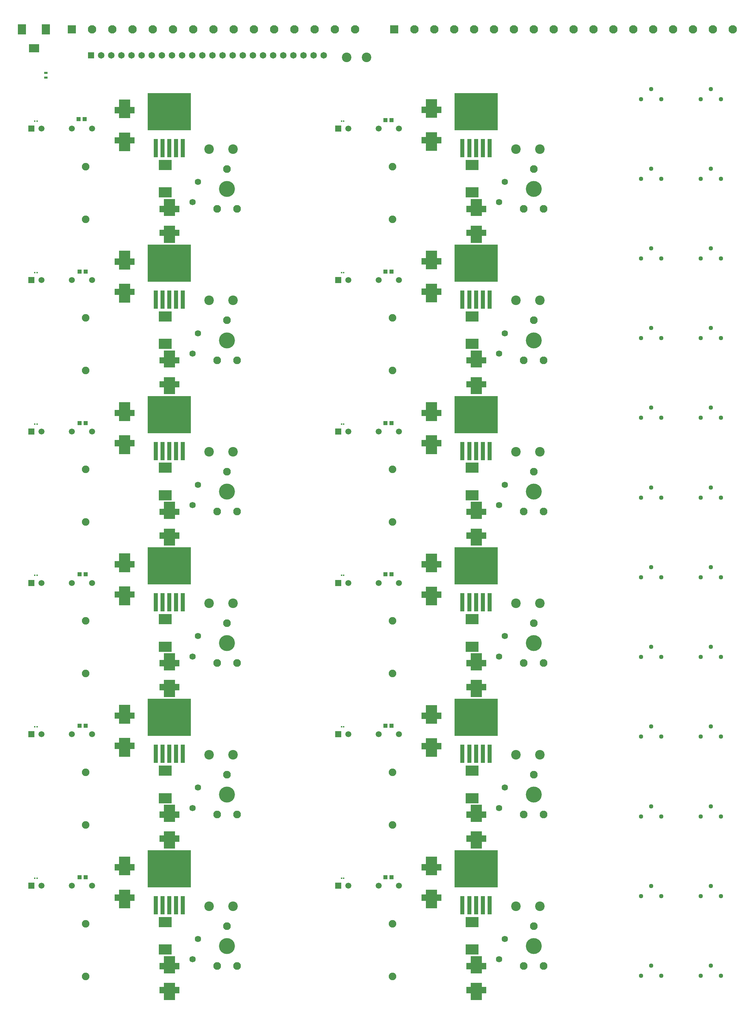
<source format=gbr>
%TF.GenerationSoftware,KiCad,Pcbnew,(6.0.1)*%
%TF.CreationDate,2022-05-02T23:55:26+02:00*%
%TF.ProjectId,CMU,434d552e-6b69-4636-9164-5f7063625858,rev?*%
%TF.SameCoordinates,Original*%
%TF.FileFunction,Soldermask,Top*%
%TF.FilePolarity,Negative*%
%FSLAX46Y46*%
G04 Gerber Fmt 4.6, Leading zero omitted, Abs format (unit mm)*
G04 Created by KiCad (PCBNEW (6.0.1)) date 2022-05-02 23:55:26*
%MOMM*%
%LPD*%
G01*
G04 APERTURE LIST*
%ADD10C,0.010000*%
%ADD11R,3.300000X2.500000*%
%ADD12R,1.508000X1.508000*%
%ADD13C,1.508000*%
%ADD14C,1.120000*%
%ADD15C,2.100000*%
%ADD16R,2.100000X2.100000*%
%ADD17C,2.400000*%
%ADD18R,1.100000X4.600000*%
%ADD19R,10.800000X9.400000*%
%ADD20R,1.000000X1.020000*%
%ADD21C,1.905000*%
%ADD22C,4.000000*%
%ADD23C,1.950000*%
%ADD24R,0.400000X0.420000*%
%ADD25C,1.650000*%
%ADD26R,1.650000X1.650000*%
%ADD27C,1.590000*%
%ADD28R,2.000000X2.600000*%
%ADD29R,2.600000X2.000000*%
%ADD30R,0.900000X0.500000*%
G04 APERTURE END LIST*
D10*
%TO.C,C40*%
X101450000Y-189750000D02*
X100350000Y-189750000D01*
X100350000Y-189750000D02*
X100350000Y-191450000D01*
X100350000Y-191450000D02*
X97650000Y-191450000D01*
X97650000Y-191450000D02*
X97650000Y-189750000D01*
X97650000Y-189750000D02*
X96550000Y-189750000D01*
X96550000Y-189750000D02*
X96550000Y-188250000D01*
X96550000Y-188250000D02*
X97650000Y-188250000D01*
X97650000Y-188250000D02*
X97650000Y-187250000D01*
X97650000Y-187250000D02*
X100350000Y-187250000D01*
X100350000Y-187250000D02*
X100350000Y-188250000D01*
X100350000Y-188250000D02*
X101450000Y-188250000D01*
X101450000Y-188250000D02*
X101450000Y-189750000D01*
G36*
X100350000Y-188250000D02*
G01*
X101450000Y-188250000D01*
X101450000Y-189750000D01*
X100350000Y-189750000D01*
X100350000Y-191450000D01*
X97650000Y-191450000D01*
X97650000Y-189750000D01*
X96550000Y-189750000D01*
X96550000Y-188250000D01*
X97650000Y-188250000D01*
X97650000Y-187250000D01*
X100350000Y-187250000D01*
X100350000Y-188250000D01*
G37*
X100350000Y-188250000D02*
X101450000Y-188250000D01*
X101450000Y-189750000D01*
X100350000Y-189750000D01*
X100350000Y-191450000D01*
X97650000Y-191450000D01*
X97650000Y-189750000D01*
X96550000Y-189750000D01*
X96550000Y-188250000D01*
X97650000Y-188250000D01*
X97650000Y-187250000D01*
X100350000Y-187250000D01*
X100350000Y-188250000D01*
X101450000Y-182250000D02*
X100350000Y-182250000D01*
X100350000Y-182250000D02*
X100350000Y-180550000D01*
X100350000Y-180550000D02*
X97650000Y-180550000D01*
X97650000Y-180550000D02*
X97650000Y-182250000D01*
X97650000Y-182250000D02*
X96550000Y-182250000D01*
X96550000Y-182250000D02*
X96550000Y-183750000D01*
X96550000Y-183750000D02*
X97650000Y-183750000D01*
X97650000Y-183750000D02*
X97650000Y-184750000D01*
X97650000Y-184750000D02*
X100350000Y-184750000D01*
X100350000Y-184750000D02*
X100350000Y-183750000D01*
X100350000Y-183750000D02*
X101450000Y-183750000D01*
X101450000Y-183750000D02*
X101450000Y-182250000D01*
G36*
X100350000Y-182250000D02*
G01*
X101450000Y-182250000D01*
X101450000Y-183750000D01*
X100350000Y-183750000D01*
X100350000Y-184750000D01*
X97650000Y-184750000D01*
X97650000Y-183750000D01*
X96550000Y-183750000D01*
X96550000Y-182250000D01*
X97650000Y-182250000D01*
X97650000Y-180550000D01*
X100350000Y-180550000D01*
X100350000Y-182250000D01*
G37*
X100350000Y-182250000D02*
X101450000Y-182250000D01*
X101450000Y-183750000D01*
X100350000Y-183750000D01*
X100350000Y-184750000D01*
X97650000Y-184750000D01*
X97650000Y-183750000D01*
X96550000Y-183750000D01*
X96550000Y-182250000D01*
X97650000Y-182250000D01*
X97650000Y-180550000D01*
X100350000Y-180550000D01*
X100350000Y-182250000D01*
%TO.C,C31*%
X162300000Y-52500000D02*
X163400000Y-52500000D01*
X163400000Y-52500000D02*
X163400000Y-54400000D01*
X163400000Y-54400000D02*
X166100000Y-54400000D01*
X166100000Y-54400000D02*
X166100000Y-52500000D01*
X166100000Y-52500000D02*
X167200000Y-52500000D01*
X167200000Y-52500000D02*
X167200000Y-51000000D01*
X167200000Y-51000000D02*
X166100000Y-51000000D01*
X166100000Y-51000000D02*
X166100000Y-49800000D01*
X166100000Y-49800000D02*
X163400000Y-49800000D01*
X163400000Y-49800000D02*
X163400000Y-51000000D01*
X163400000Y-51000000D02*
X162300000Y-51000000D01*
X162300000Y-51000000D02*
X162300000Y-52500000D01*
G36*
X166100000Y-51000000D02*
G01*
X167200000Y-51000000D01*
X167200000Y-52500000D01*
X166100000Y-52500000D01*
X166100000Y-54400000D01*
X163400000Y-54400000D01*
X163400000Y-52500000D01*
X162300000Y-52500000D01*
X162300000Y-51000000D01*
X163400000Y-51000000D01*
X163400000Y-49800000D01*
X166100000Y-49800000D01*
X166100000Y-51000000D01*
G37*
X166100000Y-51000000D02*
X167200000Y-51000000D01*
X167200000Y-52500000D01*
X166100000Y-52500000D01*
X166100000Y-54400000D01*
X163400000Y-54400000D01*
X163400000Y-52500000D01*
X162300000Y-52500000D01*
X162300000Y-51000000D01*
X163400000Y-51000000D01*
X163400000Y-49800000D01*
X166100000Y-49800000D01*
X166100000Y-51000000D01*
X162300000Y-43400000D02*
X163400000Y-43400000D01*
X163400000Y-43400000D02*
X163400000Y-41500000D01*
X163400000Y-41500000D02*
X166100000Y-41500000D01*
X166100000Y-41500000D02*
X166100000Y-43400000D01*
X166100000Y-43400000D02*
X167200000Y-43400000D01*
X167200000Y-43400000D02*
X167200000Y-44900000D01*
X167200000Y-44900000D02*
X166100000Y-44900000D01*
X166100000Y-44900000D02*
X166100000Y-46100000D01*
X166100000Y-46100000D02*
X163400000Y-46100000D01*
X163400000Y-46100000D02*
X163400000Y-44900000D01*
X163400000Y-44900000D02*
X162300000Y-44900000D01*
X162300000Y-44900000D02*
X162300000Y-43400000D01*
G36*
X166100000Y-43400000D02*
G01*
X167200000Y-43400000D01*
X167200000Y-44900000D01*
X166100000Y-44900000D01*
X166100000Y-46100000D01*
X163400000Y-46100000D01*
X163400000Y-44900000D01*
X162300000Y-44900000D01*
X162300000Y-43400000D01*
X163400000Y-43400000D01*
X163400000Y-41500000D01*
X166100000Y-41500000D01*
X166100000Y-43400000D01*
G37*
X166100000Y-43400000D02*
X167200000Y-43400000D01*
X167200000Y-44900000D01*
X166100000Y-44900000D01*
X166100000Y-46100000D01*
X163400000Y-46100000D01*
X163400000Y-44900000D01*
X162300000Y-44900000D01*
X162300000Y-43400000D01*
X163400000Y-43400000D01*
X163400000Y-41500000D01*
X166100000Y-41500000D01*
X166100000Y-43400000D01*
%TO.C,C38*%
X101450000Y-106250000D02*
X100350000Y-106250000D01*
X100350000Y-106250000D02*
X100350000Y-104550000D01*
X100350000Y-104550000D02*
X97650000Y-104550000D01*
X97650000Y-104550000D02*
X97650000Y-106250000D01*
X97650000Y-106250000D02*
X96550000Y-106250000D01*
X96550000Y-106250000D02*
X96550000Y-107750000D01*
X96550000Y-107750000D02*
X97650000Y-107750000D01*
X97650000Y-107750000D02*
X97650000Y-108750000D01*
X97650000Y-108750000D02*
X100350000Y-108750000D01*
X100350000Y-108750000D02*
X100350000Y-107750000D01*
X100350000Y-107750000D02*
X101450000Y-107750000D01*
X101450000Y-107750000D02*
X101450000Y-106250000D01*
G36*
X100350000Y-106250000D02*
G01*
X101450000Y-106250000D01*
X101450000Y-107750000D01*
X100350000Y-107750000D01*
X100350000Y-108750000D01*
X97650000Y-108750000D01*
X97650000Y-107750000D01*
X96550000Y-107750000D01*
X96550000Y-106250000D01*
X97650000Y-106250000D01*
X97650000Y-104550000D01*
X100350000Y-104550000D01*
X100350000Y-106250000D01*
G37*
X100350000Y-106250000D02*
X101450000Y-106250000D01*
X101450000Y-107750000D01*
X100350000Y-107750000D01*
X100350000Y-108750000D01*
X97650000Y-108750000D01*
X97650000Y-107750000D01*
X96550000Y-107750000D01*
X96550000Y-106250000D01*
X97650000Y-106250000D01*
X97650000Y-104550000D01*
X100350000Y-104550000D01*
X100350000Y-106250000D01*
X101450000Y-113750000D02*
X100350000Y-113750000D01*
X100350000Y-113750000D02*
X100350000Y-115450000D01*
X100350000Y-115450000D02*
X97650000Y-115450000D01*
X97650000Y-115450000D02*
X97650000Y-113750000D01*
X97650000Y-113750000D02*
X96550000Y-113750000D01*
X96550000Y-113750000D02*
X96550000Y-112250000D01*
X96550000Y-112250000D02*
X97650000Y-112250000D01*
X97650000Y-112250000D02*
X97650000Y-111250000D01*
X97650000Y-111250000D02*
X100350000Y-111250000D01*
X100350000Y-111250000D02*
X100350000Y-112250000D01*
X100350000Y-112250000D02*
X101450000Y-112250000D01*
X101450000Y-112250000D02*
X101450000Y-113750000D01*
G36*
X100350000Y-112250000D02*
G01*
X101450000Y-112250000D01*
X101450000Y-113750000D01*
X100350000Y-113750000D01*
X100350000Y-115450000D01*
X97650000Y-115450000D01*
X97650000Y-113750000D01*
X96550000Y-113750000D01*
X96550000Y-112250000D01*
X97650000Y-112250000D01*
X97650000Y-111250000D01*
X100350000Y-111250000D01*
X100350000Y-112250000D01*
G37*
X100350000Y-112250000D02*
X101450000Y-112250000D01*
X101450000Y-113750000D01*
X100350000Y-113750000D01*
X100350000Y-115450000D01*
X97650000Y-115450000D01*
X97650000Y-113750000D01*
X96550000Y-113750000D01*
X96550000Y-112250000D01*
X97650000Y-112250000D01*
X97650000Y-111250000D01*
X100350000Y-111250000D01*
X100350000Y-112250000D01*
%TO.C,C39*%
X101450000Y-151750000D02*
X100350000Y-151750000D01*
X100350000Y-151750000D02*
X100350000Y-153450000D01*
X100350000Y-153450000D02*
X97650000Y-153450000D01*
X97650000Y-153450000D02*
X97650000Y-151750000D01*
X97650000Y-151750000D02*
X96550000Y-151750000D01*
X96550000Y-151750000D02*
X96550000Y-150250000D01*
X96550000Y-150250000D02*
X97650000Y-150250000D01*
X97650000Y-150250000D02*
X97650000Y-149250000D01*
X97650000Y-149250000D02*
X100350000Y-149250000D01*
X100350000Y-149250000D02*
X100350000Y-150250000D01*
X100350000Y-150250000D02*
X101450000Y-150250000D01*
X101450000Y-150250000D02*
X101450000Y-151750000D01*
G36*
X100350000Y-150250000D02*
G01*
X101450000Y-150250000D01*
X101450000Y-151750000D01*
X100350000Y-151750000D01*
X100350000Y-153450000D01*
X97650000Y-153450000D01*
X97650000Y-151750000D01*
X96550000Y-151750000D01*
X96550000Y-150250000D01*
X97650000Y-150250000D01*
X97650000Y-149250000D01*
X100350000Y-149250000D01*
X100350000Y-150250000D01*
G37*
X100350000Y-150250000D02*
X101450000Y-150250000D01*
X101450000Y-151750000D01*
X100350000Y-151750000D01*
X100350000Y-153450000D01*
X97650000Y-153450000D01*
X97650000Y-151750000D01*
X96550000Y-151750000D01*
X96550000Y-150250000D01*
X97650000Y-150250000D01*
X97650000Y-149250000D01*
X100350000Y-149250000D01*
X100350000Y-150250000D01*
X101450000Y-144250000D02*
X100350000Y-144250000D01*
X100350000Y-144250000D02*
X100350000Y-142550000D01*
X100350000Y-142550000D02*
X97650000Y-142550000D01*
X97650000Y-142550000D02*
X97650000Y-144250000D01*
X97650000Y-144250000D02*
X96550000Y-144250000D01*
X96550000Y-144250000D02*
X96550000Y-145750000D01*
X96550000Y-145750000D02*
X97650000Y-145750000D01*
X97650000Y-145750000D02*
X97650000Y-146750000D01*
X97650000Y-146750000D02*
X100350000Y-146750000D01*
X100350000Y-146750000D02*
X100350000Y-145750000D01*
X100350000Y-145750000D02*
X101450000Y-145750000D01*
X101450000Y-145750000D02*
X101450000Y-144250000D01*
G36*
X100350000Y-144250000D02*
G01*
X101450000Y-144250000D01*
X101450000Y-145750000D01*
X100350000Y-145750000D01*
X100350000Y-146750000D01*
X97650000Y-146750000D01*
X97650000Y-145750000D01*
X96550000Y-145750000D01*
X96550000Y-144250000D01*
X97650000Y-144250000D01*
X97650000Y-142550000D01*
X100350000Y-142550000D01*
X100350000Y-144250000D01*
G37*
X100350000Y-144250000D02*
X101450000Y-144250000D01*
X101450000Y-145750000D01*
X100350000Y-145750000D01*
X100350000Y-146750000D01*
X97650000Y-146750000D01*
X97650000Y-145750000D01*
X96550000Y-145750000D01*
X96550000Y-144250000D01*
X97650000Y-144250000D01*
X97650000Y-142550000D01*
X100350000Y-142550000D01*
X100350000Y-144250000D01*
%TO.C,C32*%
X162300000Y-81400000D02*
X163400000Y-81400000D01*
X163400000Y-81400000D02*
X163400000Y-79500000D01*
X163400000Y-79500000D02*
X166100000Y-79500000D01*
X166100000Y-79500000D02*
X166100000Y-81400000D01*
X166100000Y-81400000D02*
X167200000Y-81400000D01*
X167200000Y-81400000D02*
X167200000Y-82900000D01*
X167200000Y-82900000D02*
X166100000Y-82900000D01*
X166100000Y-82900000D02*
X166100000Y-84100000D01*
X166100000Y-84100000D02*
X163400000Y-84100000D01*
X163400000Y-84100000D02*
X163400000Y-82900000D01*
X163400000Y-82900000D02*
X162300000Y-82900000D01*
X162300000Y-82900000D02*
X162300000Y-81400000D01*
G36*
X166100000Y-81400000D02*
G01*
X167200000Y-81400000D01*
X167200000Y-82900000D01*
X166100000Y-82900000D01*
X166100000Y-84100000D01*
X163400000Y-84100000D01*
X163400000Y-82900000D01*
X162300000Y-82900000D01*
X162300000Y-81400000D01*
X163400000Y-81400000D01*
X163400000Y-79500000D01*
X166100000Y-79500000D01*
X166100000Y-81400000D01*
G37*
X166100000Y-81400000D02*
X167200000Y-81400000D01*
X167200000Y-82900000D01*
X166100000Y-82900000D01*
X166100000Y-84100000D01*
X163400000Y-84100000D01*
X163400000Y-82900000D01*
X162300000Y-82900000D01*
X162300000Y-81400000D01*
X163400000Y-81400000D01*
X163400000Y-79500000D01*
X166100000Y-79500000D01*
X166100000Y-81400000D01*
X162300000Y-90500000D02*
X163400000Y-90500000D01*
X163400000Y-90500000D02*
X163400000Y-92400000D01*
X163400000Y-92400000D02*
X166100000Y-92400000D01*
X166100000Y-92400000D02*
X166100000Y-90500000D01*
X166100000Y-90500000D02*
X167200000Y-90500000D01*
X167200000Y-90500000D02*
X167200000Y-89000000D01*
X167200000Y-89000000D02*
X166100000Y-89000000D01*
X166100000Y-89000000D02*
X166100000Y-87800000D01*
X166100000Y-87800000D02*
X163400000Y-87800000D01*
X163400000Y-87800000D02*
X163400000Y-89000000D01*
X163400000Y-89000000D02*
X162300000Y-89000000D01*
X162300000Y-89000000D02*
X162300000Y-90500000D01*
G36*
X166100000Y-89000000D02*
G01*
X167200000Y-89000000D01*
X167200000Y-90500000D01*
X166100000Y-90500000D01*
X166100000Y-92400000D01*
X163400000Y-92400000D01*
X163400000Y-90500000D01*
X162300000Y-90500000D01*
X162300000Y-89000000D01*
X163400000Y-89000000D01*
X163400000Y-87800000D01*
X166100000Y-87800000D01*
X166100000Y-89000000D01*
G37*
X166100000Y-89000000D02*
X167200000Y-89000000D01*
X167200000Y-90500000D01*
X166100000Y-90500000D01*
X166100000Y-92400000D01*
X163400000Y-92400000D01*
X163400000Y-90500000D01*
X162300000Y-90500000D01*
X162300000Y-89000000D01*
X163400000Y-89000000D01*
X163400000Y-87800000D01*
X166100000Y-87800000D01*
X166100000Y-89000000D01*
%TO.C,C27*%
X85300000Y-128550000D02*
X86400000Y-128550000D01*
X86400000Y-128550000D02*
X86400000Y-130450000D01*
X86400000Y-130450000D02*
X89100000Y-130450000D01*
X89100000Y-130450000D02*
X89100000Y-128550000D01*
X89100000Y-128550000D02*
X90200000Y-128550000D01*
X90200000Y-128550000D02*
X90200000Y-127050000D01*
X90200000Y-127050000D02*
X89100000Y-127050000D01*
X89100000Y-127050000D02*
X89100000Y-125850000D01*
X89100000Y-125850000D02*
X86400000Y-125850000D01*
X86400000Y-125850000D02*
X86400000Y-127050000D01*
X86400000Y-127050000D02*
X85300000Y-127050000D01*
X85300000Y-127050000D02*
X85300000Y-128550000D01*
G36*
X89100000Y-127050000D02*
G01*
X90200000Y-127050000D01*
X90200000Y-128550000D01*
X89100000Y-128550000D01*
X89100000Y-130450000D01*
X86400000Y-130450000D01*
X86400000Y-128550000D01*
X85300000Y-128550000D01*
X85300000Y-127050000D01*
X86400000Y-127050000D01*
X86400000Y-125850000D01*
X89100000Y-125850000D01*
X89100000Y-127050000D01*
G37*
X89100000Y-127050000D02*
X90200000Y-127050000D01*
X90200000Y-128550000D01*
X89100000Y-128550000D01*
X89100000Y-130450000D01*
X86400000Y-130450000D01*
X86400000Y-128550000D01*
X85300000Y-128550000D01*
X85300000Y-127050000D01*
X86400000Y-127050000D01*
X86400000Y-125850000D01*
X89100000Y-125850000D01*
X89100000Y-127050000D01*
X85300000Y-119450000D02*
X86400000Y-119450000D01*
X86400000Y-119450000D02*
X86400000Y-117550000D01*
X86400000Y-117550000D02*
X89100000Y-117550000D01*
X89100000Y-117550000D02*
X89100000Y-119450000D01*
X89100000Y-119450000D02*
X90200000Y-119450000D01*
X90200000Y-119450000D02*
X90200000Y-120950000D01*
X90200000Y-120950000D02*
X89100000Y-120950000D01*
X89100000Y-120950000D02*
X89100000Y-122150000D01*
X89100000Y-122150000D02*
X86400000Y-122150000D01*
X86400000Y-122150000D02*
X86400000Y-120950000D01*
X86400000Y-120950000D02*
X85300000Y-120950000D01*
X85300000Y-120950000D02*
X85300000Y-119450000D01*
G36*
X89100000Y-119450000D02*
G01*
X90200000Y-119450000D01*
X90200000Y-120950000D01*
X89100000Y-120950000D01*
X89100000Y-122150000D01*
X86400000Y-122150000D01*
X86400000Y-120950000D01*
X85300000Y-120950000D01*
X85300000Y-119450000D01*
X86400000Y-119450000D01*
X86400000Y-117550000D01*
X89100000Y-117550000D01*
X89100000Y-119450000D01*
G37*
X89100000Y-119450000D02*
X90200000Y-119450000D01*
X90200000Y-120950000D01*
X89100000Y-120950000D01*
X89100000Y-122150000D01*
X86400000Y-122150000D01*
X86400000Y-120950000D01*
X85300000Y-120950000D01*
X85300000Y-119450000D01*
X86400000Y-119450000D01*
X86400000Y-117550000D01*
X89100000Y-117550000D01*
X89100000Y-119450000D01*
%TO.C,C37*%
X101450000Y-75750000D02*
X100350000Y-75750000D01*
X100350000Y-75750000D02*
X100350000Y-77450000D01*
X100350000Y-77450000D02*
X97650000Y-77450000D01*
X97650000Y-77450000D02*
X97650000Y-75750000D01*
X97650000Y-75750000D02*
X96550000Y-75750000D01*
X96550000Y-75750000D02*
X96550000Y-74250000D01*
X96550000Y-74250000D02*
X97650000Y-74250000D01*
X97650000Y-74250000D02*
X97650000Y-73250000D01*
X97650000Y-73250000D02*
X100350000Y-73250000D01*
X100350000Y-73250000D02*
X100350000Y-74250000D01*
X100350000Y-74250000D02*
X101450000Y-74250000D01*
X101450000Y-74250000D02*
X101450000Y-75750000D01*
G36*
X100350000Y-74250000D02*
G01*
X101450000Y-74250000D01*
X101450000Y-75750000D01*
X100350000Y-75750000D01*
X100350000Y-77450000D01*
X97650000Y-77450000D01*
X97650000Y-75750000D01*
X96550000Y-75750000D01*
X96550000Y-74250000D01*
X97650000Y-74250000D01*
X97650000Y-73250000D01*
X100350000Y-73250000D01*
X100350000Y-74250000D01*
G37*
X100350000Y-74250000D02*
X101450000Y-74250000D01*
X101450000Y-75750000D01*
X100350000Y-75750000D01*
X100350000Y-77450000D01*
X97650000Y-77450000D01*
X97650000Y-75750000D01*
X96550000Y-75750000D01*
X96550000Y-74250000D01*
X97650000Y-74250000D01*
X97650000Y-73250000D01*
X100350000Y-73250000D01*
X100350000Y-74250000D01*
X101450000Y-68250000D02*
X100350000Y-68250000D01*
X100350000Y-68250000D02*
X100350000Y-66550000D01*
X100350000Y-66550000D02*
X97650000Y-66550000D01*
X97650000Y-66550000D02*
X97650000Y-68250000D01*
X97650000Y-68250000D02*
X96550000Y-68250000D01*
X96550000Y-68250000D02*
X96550000Y-69750000D01*
X96550000Y-69750000D02*
X97650000Y-69750000D01*
X97650000Y-69750000D02*
X97650000Y-70750000D01*
X97650000Y-70750000D02*
X100350000Y-70750000D01*
X100350000Y-70750000D02*
X100350000Y-69750000D01*
X100350000Y-69750000D02*
X101450000Y-69750000D01*
X101450000Y-69750000D02*
X101450000Y-68250000D01*
G36*
X100350000Y-68250000D02*
G01*
X101450000Y-68250000D01*
X101450000Y-69750000D01*
X100350000Y-69750000D01*
X100350000Y-70750000D01*
X97650000Y-70750000D01*
X97650000Y-69750000D01*
X96550000Y-69750000D01*
X96550000Y-68250000D01*
X97650000Y-68250000D01*
X97650000Y-66550000D01*
X100350000Y-66550000D01*
X100350000Y-68250000D01*
G37*
X100350000Y-68250000D02*
X101450000Y-68250000D01*
X101450000Y-69750000D01*
X100350000Y-69750000D01*
X100350000Y-70750000D01*
X97650000Y-70750000D01*
X97650000Y-69750000D01*
X96550000Y-69750000D01*
X96550000Y-68250000D01*
X97650000Y-68250000D01*
X97650000Y-66550000D01*
X100350000Y-66550000D01*
X100350000Y-68250000D01*
%TO.C,C30*%
X85300000Y-242550000D02*
X86400000Y-242550000D01*
X86400000Y-242550000D02*
X86400000Y-244450000D01*
X86400000Y-244450000D02*
X89100000Y-244450000D01*
X89100000Y-244450000D02*
X89100000Y-242550000D01*
X89100000Y-242550000D02*
X90200000Y-242550000D01*
X90200000Y-242550000D02*
X90200000Y-241050000D01*
X90200000Y-241050000D02*
X89100000Y-241050000D01*
X89100000Y-241050000D02*
X89100000Y-239850000D01*
X89100000Y-239850000D02*
X86400000Y-239850000D01*
X86400000Y-239850000D02*
X86400000Y-241050000D01*
X86400000Y-241050000D02*
X85300000Y-241050000D01*
X85300000Y-241050000D02*
X85300000Y-242550000D01*
G36*
X89100000Y-241050000D02*
G01*
X90200000Y-241050000D01*
X90200000Y-242550000D01*
X89100000Y-242550000D01*
X89100000Y-244450000D01*
X86400000Y-244450000D01*
X86400000Y-242550000D01*
X85300000Y-242550000D01*
X85300000Y-241050000D01*
X86400000Y-241050000D01*
X86400000Y-239850000D01*
X89100000Y-239850000D01*
X89100000Y-241050000D01*
G37*
X89100000Y-241050000D02*
X90200000Y-241050000D01*
X90200000Y-242550000D01*
X89100000Y-242550000D01*
X89100000Y-244450000D01*
X86400000Y-244450000D01*
X86400000Y-242550000D01*
X85300000Y-242550000D01*
X85300000Y-241050000D01*
X86400000Y-241050000D01*
X86400000Y-239850000D01*
X89100000Y-239850000D01*
X89100000Y-241050000D01*
X85300000Y-233450000D02*
X86400000Y-233450000D01*
X86400000Y-233450000D02*
X86400000Y-231550000D01*
X86400000Y-231550000D02*
X89100000Y-231550000D01*
X89100000Y-231550000D02*
X89100000Y-233450000D01*
X89100000Y-233450000D02*
X90200000Y-233450000D01*
X90200000Y-233450000D02*
X90200000Y-234950000D01*
X90200000Y-234950000D02*
X89100000Y-234950000D01*
X89100000Y-234950000D02*
X89100000Y-236150000D01*
X89100000Y-236150000D02*
X86400000Y-236150000D01*
X86400000Y-236150000D02*
X86400000Y-234950000D01*
X86400000Y-234950000D02*
X85300000Y-234950000D01*
X85300000Y-234950000D02*
X85300000Y-233450000D01*
G36*
X89100000Y-233450000D02*
G01*
X90200000Y-233450000D01*
X90200000Y-234950000D01*
X89100000Y-234950000D01*
X89100000Y-236150000D01*
X86400000Y-236150000D01*
X86400000Y-234950000D01*
X85300000Y-234950000D01*
X85300000Y-233450000D01*
X86400000Y-233450000D01*
X86400000Y-231550000D01*
X89100000Y-231550000D01*
X89100000Y-233450000D01*
G37*
X89100000Y-233450000D02*
X90200000Y-233450000D01*
X90200000Y-234950000D01*
X89100000Y-234950000D01*
X89100000Y-236150000D01*
X86400000Y-236150000D01*
X86400000Y-234950000D01*
X85300000Y-234950000D01*
X85300000Y-233450000D01*
X86400000Y-233450000D01*
X86400000Y-231550000D01*
X89100000Y-231550000D01*
X89100000Y-233450000D01*
%TO.C,C29*%
X85300000Y-195400000D02*
X86400000Y-195400000D01*
X86400000Y-195400000D02*
X86400000Y-193500000D01*
X86400000Y-193500000D02*
X89100000Y-193500000D01*
X89100000Y-193500000D02*
X89100000Y-195400000D01*
X89100000Y-195400000D02*
X90200000Y-195400000D01*
X90200000Y-195400000D02*
X90200000Y-196900000D01*
X90200000Y-196900000D02*
X89100000Y-196900000D01*
X89100000Y-196900000D02*
X89100000Y-198100000D01*
X89100000Y-198100000D02*
X86400000Y-198100000D01*
X86400000Y-198100000D02*
X86400000Y-196900000D01*
X86400000Y-196900000D02*
X85300000Y-196900000D01*
X85300000Y-196900000D02*
X85300000Y-195400000D01*
G36*
X89100000Y-195400000D02*
G01*
X90200000Y-195400000D01*
X90200000Y-196900000D01*
X89100000Y-196900000D01*
X89100000Y-198100000D01*
X86400000Y-198100000D01*
X86400000Y-196900000D01*
X85300000Y-196900000D01*
X85300000Y-195400000D01*
X86400000Y-195400000D01*
X86400000Y-193500000D01*
X89100000Y-193500000D01*
X89100000Y-195400000D01*
G37*
X89100000Y-195400000D02*
X90200000Y-195400000D01*
X90200000Y-196900000D01*
X89100000Y-196900000D01*
X89100000Y-198100000D01*
X86400000Y-198100000D01*
X86400000Y-196900000D01*
X85300000Y-196900000D01*
X85300000Y-195400000D01*
X86400000Y-195400000D01*
X86400000Y-193500000D01*
X89100000Y-193500000D01*
X89100000Y-195400000D01*
X85300000Y-204500000D02*
X86400000Y-204500000D01*
X86400000Y-204500000D02*
X86400000Y-206400000D01*
X86400000Y-206400000D02*
X89100000Y-206400000D01*
X89100000Y-206400000D02*
X89100000Y-204500000D01*
X89100000Y-204500000D02*
X90200000Y-204500000D01*
X90200000Y-204500000D02*
X90200000Y-203000000D01*
X90200000Y-203000000D02*
X89100000Y-203000000D01*
X89100000Y-203000000D02*
X89100000Y-201800000D01*
X89100000Y-201800000D02*
X86400000Y-201800000D01*
X86400000Y-201800000D02*
X86400000Y-203000000D01*
X86400000Y-203000000D02*
X85300000Y-203000000D01*
X85300000Y-203000000D02*
X85300000Y-204500000D01*
G36*
X89100000Y-203000000D02*
G01*
X90200000Y-203000000D01*
X90200000Y-204500000D01*
X89100000Y-204500000D01*
X89100000Y-206400000D01*
X86400000Y-206400000D01*
X86400000Y-204500000D01*
X85300000Y-204500000D01*
X85300000Y-203000000D01*
X86400000Y-203000000D01*
X86400000Y-201800000D01*
X89100000Y-201800000D01*
X89100000Y-203000000D01*
G37*
X89100000Y-203000000D02*
X90200000Y-203000000D01*
X90200000Y-204500000D01*
X89100000Y-204500000D01*
X89100000Y-206400000D01*
X86400000Y-206400000D01*
X86400000Y-204500000D01*
X85300000Y-204500000D01*
X85300000Y-203000000D01*
X86400000Y-203000000D01*
X86400000Y-201800000D01*
X89100000Y-201800000D01*
X89100000Y-203000000D01*
%TO.C,C43*%
X178450000Y-68250000D02*
X177350000Y-68250000D01*
X177350000Y-68250000D02*
X177350000Y-66550000D01*
X177350000Y-66550000D02*
X174650000Y-66550000D01*
X174650000Y-66550000D02*
X174650000Y-68250000D01*
X174650000Y-68250000D02*
X173550000Y-68250000D01*
X173550000Y-68250000D02*
X173550000Y-69750000D01*
X173550000Y-69750000D02*
X174650000Y-69750000D01*
X174650000Y-69750000D02*
X174650000Y-70750000D01*
X174650000Y-70750000D02*
X177350000Y-70750000D01*
X177350000Y-70750000D02*
X177350000Y-69750000D01*
X177350000Y-69750000D02*
X178450000Y-69750000D01*
X178450000Y-69750000D02*
X178450000Y-68250000D01*
G36*
X177350000Y-68250000D02*
G01*
X178450000Y-68250000D01*
X178450000Y-69750000D01*
X177350000Y-69750000D01*
X177350000Y-70750000D01*
X174650000Y-70750000D01*
X174650000Y-69750000D01*
X173550000Y-69750000D01*
X173550000Y-68250000D01*
X174650000Y-68250000D01*
X174650000Y-66550000D01*
X177350000Y-66550000D01*
X177350000Y-68250000D01*
G37*
X177350000Y-68250000D02*
X178450000Y-68250000D01*
X178450000Y-69750000D01*
X177350000Y-69750000D01*
X177350000Y-70750000D01*
X174650000Y-70750000D01*
X174650000Y-69750000D01*
X173550000Y-69750000D01*
X173550000Y-68250000D01*
X174650000Y-68250000D01*
X174650000Y-66550000D01*
X177350000Y-66550000D01*
X177350000Y-68250000D01*
X178450000Y-75750000D02*
X177350000Y-75750000D01*
X177350000Y-75750000D02*
X177350000Y-77450000D01*
X177350000Y-77450000D02*
X174650000Y-77450000D01*
X174650000Y-77450000D02*
X174650000Y-75750000D01*
X174650000Y-75750000D02*
X173550000Y-75750000D01*
X173550000Y-75750000D02*
X173550000Y-74250000D01*
X173550000Y-74250000D02*
X174650000Y-74250000D01*
X174650000Y-74250000D02*
X174650000Y-73250000D01*
X174650000Y-73250000D02*
X177350000Y-73250000D01*
X177350000Y-73250000D02*
X177350000Y-74250000D01*
X177350000Y-74250000D02*
X178450000Y-74250000D01*
X178450000Y-74250000D02*
X178450000Y-75750000D01*
G36*
X177350000Y-74250000D02*
G01*
X178450000Y-74250000D01*
X178450000Y-75750000D01*
X177350000Y-75750000D01*
X177350000Y-77450000D01*
X174650000Y-77450000D01*
X174650000Y-75750000D01*
X173550000Y-75750000D01*
X173550000Y-74250000D01*
X174650000Y-74250000D01*
X174650000Y-73250000D01*
X177350000Y-73250000D01*
X177350000Y-74250000D01*
G37*
X177350000Y-74250000D02*
X178450000Y-74250000D01*
X178450000Y-75750000D01*
X177350000Y-75750000D01*
X177350000Y-77450000D01*
X174650000Y-77450000D01*
X174650000Y-75750000D01*
X173550000Y-75750000D01*
X173550000Y-74250000D01*
X174650000Y-74250000D01*
X174650000Y-73250000D01*
X177350000Y-73250000D01*
X177350000Y-74250000D01*
%TO.C,C46*%
X178450000Y-182250000D02*
X177350000Y-182250000D01*
X177350000Y-182250000D02*
X177350000Y-180550000D01*
X177350000Y-180550000D02*
X174650000Y-180550000D01*
X174650000Y-180550000D02*
X174650000Y-182250000D01*
X174650000Y-182250000D02*
X173550000Y-182250000D01*
X173550000Y-182250000D02*
X173550000Y-183750000D01*
X173550000Y-183750000D02*
X174650000Y-183750000D01*
X174650000Y-183750000D02*
X174650000Y-184750000D01*
X174650000Y-184750000D02*
X177350000Y-184750000D01*
X177350000Y-184750000D02*
X177350000Y-183750000D01*
X177350000Y-183750000D02*
X178450000Y-183750000D01*
X178450000Y-183750000D02*
X178450000Y-182250000D01*
G36*
X177350000Y-182250000D02*
G01*
X178450000Y-182250000D01*
X178450000Y-183750000D01*
X177350000Y-183750000D01*
X177350000Y-184750000D01*
X174650000Y-184750000D01*
X174650000Y-183750000D01*
X173550000Y-183750000D01*
X173550000Y-182250000D01*
X174650000Y-182250000D01*
X174650000Y-180550000D01*
X177350000Y-180550000D01*
X177350000Y-182250000D01*
G37*
X177350000Y-182250000D02*
X178450000Y-182250000D01*
X178450000Y-183750000D01*
X177350000Y-183750000D01*
X177350000Y-184750000D01*
X174650000Y-184750000D01*
X174650000Y-183750000D01*
X173550000Y-183750000D01*
X173550000Y-182250000D01*
X174650000Y-182250000D01*
X174650000Y-180550000D01*
X177350000Y-180550000D01*
X177350000Y-182250000D01*
X178450000Y-189750000D02*
X177350000Y-189750000D01*
X177350000Y-189750000D02*
X177350000Y-191450000D01*
X177350000Y-191450000D02*
X174650000Y-191450000D01*
X174650000Y-191450000D02*
X174650000Y-189750000D01*
X174650000Y-189750000D02*
X173550000Y-189750000D01*
X173550000Y-189750000D02*
X173550000Y-188250000D01*
X173550000Y-188250000D02*
X174650000Y-188250000D01*
X174650000Y-188250000D02*
X174650000Y-187250000D01*
X174650000Y-187250000D02*
X177350000Y-187250000D01*
X177350000Y-187250000D02*
X177350000Y-188250000D01*
X177350000Y-188250000D02*
X178450000Y-188250000D01*
X178450000Y-188250000D02*
X178450000Y-189750000D01*
G36*
X177350000Y-188250000D02*
G01*
X178450000Y-188250000D01*
X178450000Y-189750000D01*
X177350000Y-189750000D01*
X177350000Y-191450000D01*
X174650000Y-191450000D01*
X174650000Y-189750000D01*
X173550000Y-189750000D01*
X173550000Y-188250000D01*
X174650000Y-188250000D01*
X174650000Y-187250000D01*
X177350000Y-187250000D01*
X177350000Y-188250000D01*
G37*
X177350000Y-188250000D02*
X178450000Y-188250000D01*
X178450000Y-189750000D01*
X177350000Y-189750000D01*
X177350000Y-191450000D01*
X174650000Y-191450000D01*
X174650000Y-189750000D01*
X173550000Y-189750000D01*
X173550000Y-188250000D01*
X174650000Y-188250000D01*
X174650000Y-187250000D01*
X177350000Y-187250000D01*
X177350000Y-188250000D01*
%TO.C,C25*%
X85300000Y-52550000D02*
X86400000Y-52550000D01*
X86400000Y-52550000D02*
X86400000Y-54450000D01*
X86400000Y-54450000D02*
X89100000Y-54450000D01*
X89100000Y-54450000D02*
X89100000Y-52550000D01*
X89100000Y-52550000D02*
X90200000Y-52550000D01*
X90200000Y-52550000D02*
X90200000Y-51050000D01*
X90200000Y-51050000D02*
X89100000Y-51050000D01*
X89100000Y-51050000D02*
X89100000Y-49850000D01*
X89100000Y-49850000D02*
X86400000Y-49850000D01*
X86400000Y-49850000D02*
X86400000Y-51050000D01*
X86400000Y-51050000D02*
X85300000Y-51050000D01*
X85300000Y-51050000D02*
X85300000Y-52550000D01*
G36*
X89100000Y-51050000D02*
G01*
X90200000Y-51050000D01*
X90200000Y-52550000D01*
X89100000Y-52550000D01*
X89100000Y-54450000D01*
X86400000Y-54450000D01*
X86400000Y-52550000D01*
X85300000Y-52550000D01*
X85300000Y-51050000D01*
X86400000Y-51050000D01*
X86400000Y-49850000D01*
X89100000Y-49850000D01*
X89100000Y-51050000D01*
G37*
X89100000Y-51050000D02*
X90200000Y-51050000D01*
X90200000Y-52550000D01*
X89100000Y-52550000D01*
X89100000Y-54450000D01*
X86400000Y-54450000D01*
X86400000Y-52550000D01*
X85300000Y-52550000D01*
X85300000Y-51050000D01*
X86400000Y-51050000D01*
X86400000Y-49850000D01*
X89100000Y-49850000D01*
X89100000Y-51050000D01*
X85300000Y-43450000D02*
X86400000Y-43450000D01*
X86400000Y-43450000D02*
X86400000Y-41550000D01*
X86400000Y-41550000D02*
X89100000Y-41550000D01*
X89100000Y-41550000D02*
X89100000Y-43450000D01*
X89100000Y-43450000D02*
X90200000Y-43450000D01*
X90200000Y-43450000D02*
X90200000Y-44950000D01*
X90200000Y-44950000D02*
X89100000Y-44950000D01*
X89100000Y-44950000D02*
X89100000Y-46150000D01*
X89100000Y-46150000D02*
X86400000Y-46150000D01*
X86400000Y-46150000D02*
X86400000Y-44950000D01*
X86400000Y-44950000D02*
X85300000Y-44950000D01*
X85300000Y-44950000D02*
X85300000Y-43450000D01*
G36*
X89100000Y-43450000D02*
G01*
X90200000Y-43450000D01*
X90200000Y-44950000D01*
X89100000Y-44950000D01*
X89100000Y-46150000D01*
X86400000Y-46150000D01*
X86400000Y-44950000D01*
X85300000Y-44950000D01*
X85300000Y-43450000D01*
X86400000Y-43450000D01*
X86400000Y-41550000D01*
X89100000Y-41550000D01*
X89100000Y-43450000D01*
G37*
X89100000Y-43450000D02*
X90200000Y-43450000D01*
X90200000Y-44950000D01*
X89100000Y-44950000D01*
X89100000Y-46150000D01*
X86400000Y-46150000D01*
X86400000Y-44950000D01*
X85300000Y-44950000D01*
X85300000Y-43450000D01*
X86400000Y-43450000D01*
X86400000Y-41550000D01*
X89100000Y-41550000D01*
X89100000Y-43450000D01*
%TO.C,C35*%
X162300000Y-195450000D02*
X163400000Y-195450000D01*
X163400000Y-195450000D02*
X163400000Y-193550000D01*
X163400000Y-193550000D02*
X166100000Y-193550000D01*
X166100000Y-193550000D02*
X166100000Y-195450000D01*
X166100000Y-195450000D02*
X167200000Y-195450000D01*
X167200000Y-195450000D02*
X167200000Y-196950000D01*
X167200000Y-196950000D02*
X166100000Y-196950000D01*
X166100000Y-196950000D02*
X166100000Y-198150000D01*
X166100000Y-198150000D02*
X163400000Y-198150000D01*
X163400000Y-198150000D02*
X163400000Y-196950000D01*
X163400000Y-196950000D02*
X162300000Y-196950000D01*
X162300000Y-196950000D02*
X162300000Y-195450000D01*
G36*
X166100000Y-195450000D02*
G01*
X167200000Y-195450000D01*
X167200000Y-196950000D01*
X166100000Y-196950000D01*
X166100000Y-198150000D01*
X163400000Y-198150000D01*
X163400000Y-196950000D01*
X162300000Y-196950000D01*
X162300000Y-195450000D01*
X163400000Y-195450000D01*
X163400000Y-193550000D01*
X166100000Y-193550000D01*
X166100000Y-195450000D01*
G37*
X166100000Y-195450000D02*
X167200000Y-195450000D01*
X167200000Y-196950000D01*
X166100000Y-196950000D01*
X166100000Y-198150000D01*
X163400000Y-198150000D01*
X163400000Y-196950000D01*
X162300000Y-196950000D01*
X162300000Y-195450000D01*
X163400000Y-195450000D01*
X163400000Y-193550000D01*
X166100000Y-193550000D01*
X166100000Y-195450000D01*
X162300000Y-204550000D02*
X163400000Y-204550000D01*
X163400000Y-204550000D02*
X163400000Y-206450000D01*
X163400000Y-206450000D02*
X166100000Y-206450000D01*
X166100000Y-206450000D02*
X166100000Y-204550000D01*
X166100000Y-204550000D02*
X167200000Y-204550000D01*
X167200000Y-204550000D02*
X167200000Y-203050000D01*
X167200000Y-203050000D02*
X166100000Y-203050000D01*
X166100000Y-203050000D02*
X166100000Y-201850000D01*
X166100000Y-201850000D02*
X163400000Y-201850000D01*
X163400000Y-201850000D02*
X163400000Y-203050000D01*
X163400000Y-203050000D02*
X162300000Y-203050000D01*
X162300000Y-203050000D02*
X162300000Y-204550000D01*
G36*
X166100000Y-203050000D02*
G01*
X167200000Y-203050000D01*
X167200000Y-204550000D01*
X166100000Y-204550000D01*
X166100000Y-206450000D01*
X163400000Y-206450000D01*
X163400000Y-204550000D01*
X162300000Y-204550000D01*
X162300000Y-203050000D01*
X163400000Y-203050000D01*
X163400000Y-201850000D01*
X166100000Y-201850000D01*
X166100000Y-203050000D01*
G37*
X166100000Y-203050000D02*
X167200000Y-203050000D01*
X167200000Y-204550000D01*
X166100000Y-204550000D01*
X166100000Y-206450000D01*
X163400000Y-206450000D01*
X163400000Y-204550000D01*
X162300000Y-204550000D01*
X162300000Y-203050000D01*
X163400000Y-203050000D01*
X163400000Y-201850000D01*
X166100000Y-201850000D01*
X166100000Y-203050000D01*
%TO.C,C44*%
X178450000Y-113750000D02*
X177350000Y-113750000D01*
X177350000Y-113750000D02*
X177350000Y-115450000D01*
X177350000Y-115450000D02*
X174650000Y-115450000D01*
X174650000Y-115450000D02*
X174650000Y-113750000D01*
X174650000Y-113750000D02*
X173550000Y-113750000D01*
X173550000Y-113750000D02*
X173550000Y-112250000D01*
X173550000Y-112250000D02*
X174650000Y-112250000D01*
X174650000Y-112250000D02*
X174650000Y-111250000D01*
X174650000Y-111250000D02*
X177350000Y-111250000D01*
X177350000Y-111250000D02*
X177350000Y-112250000D01*
X177350000Y-112250000D02*
X178450000Y-112250000D01*
X178450000Y-112250000D02*
X178450000Y-113750000D01*
G36*
X177350000Y-112250000D02*
G01*
X178450000Y-112250000D01*
X178450000Y-113750000D01*
X177350000Y-113750000D01*
X177350000Y-115450000D01*
X174650000Y-115450000D01*
X174650000Y-113750000D01*
X173550000Y-113750000D01*
X173550000Y-112250000D01*
X174650000Y-112250000D01*
X174650000Y-111250000D01*
X177350000Y-111250000D01*
X177350000Y-112250000D01*
G37*
X177350000Y-112250000D02*
X178450000Y-112250000D01*
X178450000Y-113750000D01*
X177350000Y-113750000D01*
X177350000Y-115450000D01*
X174650000Y-115450000D01*
X174650000Y-113750000D01*
X173550000Y-113750000D01*
X173550000Y-112250000D01*
X174650000Y-112250000D01*
X174650000Y-111250000D01*
X177350000Y-111250000D01*
X177350000Y-112250000D01*
X178450000Y-106250000D02*
X177350000Y-106250000D01*
X177350000Y-106250000D02*
X177350000Y-104550000D01*
X177350000Y-104550000D02*
X174650000Y-104550000D01*
X174650000Y-104550000D02*
X174650000Y-106250000D01*
X174650000Y-106250000D02*
X173550000Y-106250000D01*
X173550000Y-106250000D02*
X173550000Y-107750000D01*
X173550000Y-107750000D02*
X174650000Y-107750000D01*
X174650000Y-107750000D02*
X174650000Y-108750000D01*
X174650000Y-108750000D02*
X177350000Y-108750000D01*
X177350000Y-108750000D02*
X177350000Y-107750000D01*
X177350000Y-107750000D02*
X178450000Y-107750000D01*
X178450000Y-107750000D02*
X178450000Y-106250000D01*
G36*
X177350000Y-106250000D02*
G01*
X178450000Y-106250000D01*
X178450000Y-107750000D01*
X177350000Y-107750000D01*
X177350000Y-108750000D01*
X174650000Y-108750000D01*
X174650000Y-107750000D01*
X173550000Y-107750000D01*
X173550000Y-106250000D01*
X174650000Y-106250000D01*
X174650000Y-104550000D01*
X177350000Y-104550000D01*
X177350000Y-106250000D01*
G37*
X177350000Y-106250000D02*
X178450000Y-106250000D01*
X178450000Y-107750000D01*
X177350000Y-107750000D01*
X177350000Y-108750000D01*
X174650000Y-108750000D01*
X174650000Y-107750000D01*
X173550000Y-107750000D01*
X173550000Y-106250000D01*
X174650000Y-106250000D01*
X174650000Y-104550000D01*
X177350000Y-104550000D01*
X177350000Y-106250000D01*
%TO.C,C41*%
X101450000Y-220250000D02*
X100350000Y-220250000D01*
X100350000Y-220250000D02*
X100350000Y-218550000D01*
X100350000Y-218550000D02*
X97650000Y-218550000D01*
X97650000Y-218550000D02*
X97650000Y-220250000D01*
X97650000Y-220250000D02*
X96550000Y-220250000D01*
X96550000Y-220250000D02*
X96550000Y-221750000D01*
X96550000Y-221750000D02*
X97650000Y-221750000D01*
X97650000Y-221750000D02*
X97650000Y-222750000D01*
X97650000Y-222750000D02*
X100350000Y-222750000D01*
X100350000Y-222750000D02*
X100350000Y-221750000D01*
X100350000Y-221750000D02*
X101450000Y-221750000D01*
X101450000Y-221750000D02*
X101450000Y-220250000D01*
G36*
X100350000Y-220250000D02*
G01*
X101450000Y-220250000D01*
X101450000Y-221750000D01*
X100350000Y-221750000D01*
X100350000Y-222750000D01*
X97650000Y-222750000D01*
X97650000Y-221750000D01*
X96550000Y-221750000D01*
X96550000Y-220250000D01*
X97650000Y-220250000D01*
X97650000Y-218550000D01*
X100350000Y-218550000D01*
X100350000Y-220250000D01*
G37*
X100350000Y-220250000D02*
X101450000Y-220250000D01*
X101450000Y-221750000D01*
X100350000Y-221750000D01*
X100350000Y-222750000D01*
X97650000Y-222750000D01*
X97650000Y-221750000D01*
X96550000Y-221750000D01*
X96550000Y-220250000D01*
X97650000Y-220250000D01*
X97650000Y-218550000D01*
X100350000Y-218550000D01*
X100350000Y-220250000D01*
X101450000Y-227750000D02*
X100350000Y-227750000D01*
X100350000Y-227750000D02*
X100350000Y-229450000D01*
X100350000Y-229450000D02*
X97650000Y-229450000D01*
X97650000Y-229450000D02*
X97650000Y-227750000D01*
X97650000Y-227750000D02*
X96550000Y-227750000D01*
X96550000Y-227750000D02*
X96550000Y-226250000D01*
X96550000Y-226250000D02*
X97650000Y-226250000D01*
X97650000Y-226250000D02*
X97650000Y-225250000D01*
X97650000Y-225250000D02*
X100350000Y-225250000D01*
X100350000Y-225250000D02*
X100350000Y-226250000D01*
X100350000Y-226250000D02*
X101450000Y-226250000D01*
X101450000Y-226250000D02*
X101450000Y-227750000D01*
G36*
X100350000Y-226250000D02*
G01*
X101450000Y-226250000D01*
X101450000Y-227750000D01*
X100350000Y-227750000D01*
X100350000Y-229450000D01*
X97650000Y-229450000D01*
X97650000Y-227750000D01*
X96550000Y-227750000D01*
X96550000Y-226250000D01*
X97650000Y-226250000D01*
X97650000Y-225250000D01*
X100350000Y-225250000D01*
X100350000Y-226250000D01*
G37*
X100350000Y-226250000D02*
X101450000Y-226250000D01*
X101450000Y-227750000D01*
X100350000Y-227750000D01*
X100350000Y-229450000D01*
X97650000Y-229450000D01*
X97650000Y-227750000D01*
X96550000Y-227750000D01*
X96550000Y-226250000D01*
X97650000Y-226250000D01*
X97650000Y-225250000D01*
X100350000Y-225250000D01*
X100350000Y-226250000D01*
%TO.C,C36*%
X162300000Y-242550000D02*
X163400000Y-242550000D01*
X163400000Y-242550000D02*
X163400000Y-244450000D01*
X163400000Y-244450000D02*
X166100000Y-244450000D01*
X166100000Y-244450000D02*
X166100000Y-242550000D01*
X166100000Y-242550000D02*
X167200000Y-242550000D01*
X167200000Y-242550000D02*
X167200000Y-241050000D01*
X167200000Y-241050000D02*
X166100000Y-241050000D01*
X166100000Y-241050000D02*
X166100000Y-239850000D01*
X166100000Y-239850000D02*
X163400000Y-239850000D01*
X163400000Y-239850000D02*
X163400000Y-241050000D01*
X163400000Y-241050000D02*
X162300000Y-241050000D01*
X162300000Y-241050000D02*
X162300000Y-242550000D01*
G36*
X166100000Y-241050000D02*
G01*
X167200000Y-241050000D01*
X167200000Y-242550000D01*
X166100000Y-242550000D01*
X166100000Y-244450000D01*
X163400000Y-244450000D01*
X163400000Y-242550000D01*
X162300000Y-242550000D01*
X162300000Y-241050000D01*
X163400000Y-241050000D01*
X163400000Y-239850000D01*
X166100000Y-239850000D01*
X166100000Y-241050000D01*
G37*
X166100000Y-241050000D02*
X167200000Y-241050000D01*
X167200000Y-242550000D01*
X166100000Y-242550000D01*
X166100000Y-244450000D01*
X163400000Y-244450000D01*
X163400000Y-242550000D01*
X162300000Y-242550000D01*
X162300000Y-241050000D01*
X163400000Y-241050000D01*
X163400000Y-239850000D01*
X166100000Y-239850000D01*
X166100000Y-241050000D01*
X162300000Y-233450000D02*
X163400000Y-233450000D01*
X163400000Y-233450000D02*
X163400000Y-231550000D01*
X163400000Y-231550000D02*
X166100000Y-231550000D01*
X166100000Y-231550000D02*
X166100000Y-233450000D01*
X166100000Y-233450000D02*
X167200000Y-233450000D01*
X167200000Y-233450000D02*
X167200000Y-234950000D01*
X167200000Y-234950000D02*
X166100000Y-234950000D01*
X166100000Y-234950000D02*
X166100000Y-236150000D01*
X166100000Y-236150000D02*
X163400000Y-236150000D01*
X163400000Y-236150000D02*
X163400000Y-234950000D01*
X163400000Y-234950000D02*
X162300000Y-234950000D01*
X162300000Y-234950000D02*
X162300000Y-233450000D01*
G36*
X166100000Y-233450000D02*
G01*
X167200000Y-233450000D01*
X167200000Y-234950000D01*
X166100000Y-234950000D01*
X166100000Y-236150000D01*
X163400000Y-236150000D01*
X163400000Y-234950000D01*
X162300000Y-234950000D01*
X162300000Y-233450000D01*
X163400000Y-233450000D01*
X163400000Y-231550000D01*
X166100000Y-231550000D01*
X166100000Y-233450000D01*
G37*
X166100000Y-233450000D02*
X167200000Y-233450000D01*
X167200000Y-234950000D01*
X166100000Y-234950000D01*
X166100000Y-236150000D01*
X163400000Y-236150000D01*
X163400000Y-234950000D01*
X162300000Y-234950000D01*
X162300000Y-233450000D01*
X163400000Y-233450000D01*
X163400000Y-231550000D01*
X166100000Y-231550000D01*
X166100000Y-233450000D01*
%TO.C,C42*%
X101450000Y-265750000D02*
X100350000Y-265750000D01*
X100350000Y-265750000D02*
X100350000Y-267450000D01*
X100350000Y-267450000D02*
X97650000Y-267450000D01*
X97650000Y-267450000D02*
X97650000Y-265750000D01*
X97650000Y-265750000D02*
X96550000Y-265750000D01*
X96550000Y-265750000D02*
X96550000Y-264250000D01*
X96550000Y-264250000D02*
X97650000Y-264250000D01*
X97650000Y-264250000D02*
X97650000Y-263250000D01*
X97650000Y-263250000D02*
X100350000Y-263250000D01*
X100350000Y-263250000D02*
X100350000Y-264250000D01*
X100350000Y-264250000D02*
X101450000Y-264250000D01*
X101450000Y-264250000D02*
X101450000Y-265750000D01*
G36*
X100350000Y-264250000D02*
G01*
X101450000Y-264250000D01*
X101450000Y-265750000D01*
X100350000Y-265750000D01*
X100350000Y-267450000D01*
X97650000Y-267450000D01*
X97650000Y-265750000D01*
X96550000Y-265750000D01*
X96550000Y-264250000D01*
X97650000Y-264250000D01*
X97650000Y-263250000D01*
X100350000Y-263250000D01*
X100350000Y-264250000D01*
G37*
X100350000Y-264250000D02*
X101450000Y-264250000D01*
X101450000Y-265750000D01*
X100350000Y-265750000D01*
X100350000Y-267450000D01*
X97650000Y-267450000D01*
X97650000Y-265750000D01*
X96550000Y-265750000D01*
X96550000Y-264250000D01*
X97650000Y-264250000D01*
X97650000Y-263250000D01*
X100350000Y-263250000D01*
X100350000Y-264250000D01*
X101450000Y-258250000D02*
X100350000Y-258250000D01*
X100350000Y-258250000D02*
X100350000Y-256550000D01*
X100350000Y-256550000D02*
X97650000Y-256550000D01*
X97650000Y-256550000D02*
X97650000Y-258250000D01*
X97650000Y-258250000D02*
X96550000Y-258250000D01*
X96550000Y-258250000D02*
X96550000Y-259750000D01*
X96550000Y-259750000D02*
X97650000Y-259750000D01*
X97650000Y-259750000D02*
X97650000Y-260750000D01*
X97650000Y-260750000D02*
X100350000Y-260750000D01*
X100350000Y-260750000D02*
X100350000Y-259750000D01*
X100350000Y-259750000D02*
X101450000Y-259750000D01*
X101450000Y-259750000D02*
X101450000Y-258250000D01*
G36*
X100350000Y-258250000D02*
G01*
X101450000Y-258250000D01*
X101450000Y-259750000D01*
X100350000Y-259750000D01*
X100350000Y-260750000D01*
X97650000Y-260750000D01*
X97650000Y-259750000D01*
X96550000Y-259750000D01*
X96550000Y-258250000D01*
X97650000Y-258250000D01*
X97650000Y-256550000D01*
X100350000Y-256550000D01*
X100350000Y-258250000D01*
G37*
X100350000Y-258250000D02*
X101450000Y-258250000D01*
X101450000Y-259750000D01*
X100350000Y-259750000D01*
X100350000Y-260750000D01*
X97650000Y-260750000D01*
X97650000Y-259750000D01*
X96550000Y-259750000D01*
X96550000Y-258250000D01*
X97650000Y-258250000D01*
X97650000Y-256550000D01*
X100350000Y-256550000D01*
X100350000Y-258250000D01*
%TO.C,C28*%
X85300000Y-166500000D02*
X86400000Y-166500000D01*
X86400000Y-166500000D02*
X86400000Y-168400000D01*
X86400000Y-168400000D02*
X89100000Y-168400000D01*
X89100000Y-168400000D02*
X89100000Y-166500000D01*
X89100000Y-166500000D02*
X90200000Y-166500000D01*
X90200000Y-166500000D02*
X90200000Y-165000000D01*
X90200000Y-165000000D02*
X89100000Y-165000000D01*
X89100000Y-165000000D02*
X89100000Y-163800000D01*
X89100000Y-163800000D02*
X86400000Y-163800000D01*
X86400000Y-163800000D02*
X86400000Y-165000000D01*
X86400000Y-165000000D02*
X85300000Y-165000000D01*
X85300000Y-165000000D02*
X85300000Y-166500000D01*
G36*
X89100000Y-165000000D02*
G01*
X90200000Y-165000000D01*
X90200000Y-166500000D01*
X89100000Y-166500000D01*
X89100000Y-168400000D01*
X86400000Y-168400000D01*
X86400000Y-166500000D01*
X85300000Y-166500000D01*
X85300000Y-165000000D01*
X86400000Y-165000000D01*
X86400000Y-163800000D01*
X89100000Y-163800000D01*
X89100000Y-165000000D01*
G37*
X89100000Y-165000000D02*
X90200000Y-165000000D01*
X90200000Y-166500000D01*
X89100000Y-166500000D01*
X89100000Y-168400000D01*
X86400000Y-168400000D01*
X86400000Y-166500000D01*
X85300000Y-166500000D01*
X85300000Y-165000000D01*
X86400000Y-165000000D01*
X86400000Y-163800000D01*
X89100000Y-163800000D01*
X89100000Y-165000000D01*
X85300000Y-157400000D02*
X86400000Y-157400000D01*
X86400000Y-157400000D02*
X86400000Y-155500000D01*
X86400000Y-155500000D02*
X89100000Y-155500000D01*
X89100000Y-155500000D02*
X89100000Y-157400000D01*
X89100000Y-157400000D02*
X90200000Y-157400000D01*
X90200000Y-157400000D02*
X90200000Y-158900000D01*
X90200000Y-158900000D02*
X89100000Y-158900000D01*
X89100000Y-158900000D02*
X89100000Y-160100000D01*
X89100000Y-160100000D02*
X86400000Y-160100000D01*
X86400000Y-160100000D02*
X86400000Y-158900000D01*
X86400000Y-158900000D02*
X85300000Y-158900000D01*
X85300000Y-158900000D02*
X85300000Y-157400000D01*
G36*
X89100000Y-157400000D02*
G01*
X90200000Y-157400000D01*
X90200000Y-158900000D01*
X89100000Y-158900000D01*
X89100000Y-160100000D01*
X86400000Y-160100000D01*
X86400000Y-158900000D01*
X85300000Y-158900000D01*
X85300000Y-157400000D01*
X86400000Y-157400000D01*
X86400000Y-155500000D01*
X89100000Y-155500000D01*
X89100000Y-157400000D01*
G37*
X89100000Y-157400000D02*
X90200000Y-157400000D01*
X90200000Y-158900000D01*
X89100000Y-158900000D01*
X89100000Y-160100000D01*
X86400000Y-160100000D01*
X86400000Y-158900000D01*
X85300000Y-158900000D01*
X85300000Y-157400000D01*
X86400000Y-157400000D01*
X86400000Y-155500000D01*
X89100000Y-155500000D01*
X89100000Y-157400000D01*
%TO.C,C45*%
X178450000Y-144250000D02*
X177350000Y-144250000D01*
X177350000Y-144250000D02*
X177350000Y-142550000D01*
X177350000Y-142550000D02*
X174650000Y-142550000D01*
X174650000Y-142550000D02*
X174650000Y-144250000D01*
X174650000Y-144250000D02*
X173550000Y-144250000D01*
X173550000Y-144250000D02*
X173550000Y-145750000D01*
X173550000Y-145750000D02*
X174650000Y-145750000D01*
X174650000Y-145750000D02*
X174650000Y-146750000D01*
X174650000Y-146750000D02*
X177350000Y-146750000D01*
X177350000Y-146750000D02*
X177350000Y-145750000D01*
X177350000Y-145750000D02*
X178450000Y-145750000D01*
X178450000Y-145750000D02*
X178450000Y-144250000D01*
G36*
X177350000Y-144250000D02*
G01*
X178450000Y-144250000D01*
X178450000Y-145750000D01*
X177350000Y-145750000D01*
X177350000Y-146750000D01*
X174650000Y-146750000D01*
X174650000Y-145750000D01*
X173550000Y-145750000D01*
X173550000Y-144250000D01*
X174650000Y-144250000D01*
X174650000Y-142550000D01*
X177350000Y-142550000D01*
X177350000Y-144250000D01*
G37*
X177350000Y-144250000D02*
X178450000Y-144250000D01*
X178450000Y-145750000D01*
X177350000Y-145750000D01*
X177350000Y-146750000D01*
X174650000Y-146750000D01*
X174650000Y-145750000D01*
X173550000Y-145750000D01*
X173550000Y-144250000D01*
X174650000Y-144250000D01*
X174650000Y-142550000D01*
X177350000Y-142550000D01*
X177350000Y-144250000D01*
X178450000Y-151750000D02*
X177350000Y-151750000D01*
X177350000Y-151750000D02*
X177350000Y-153450000D01*
X177350000Y-153450000D02*
X174650000Y-153450000D01*
X174650000Y-153450000D02*
X174650000Y-151750000D01*
X174650000Y-151750000D02*
X173550000Y-151750000D01*
X173550000Y-151750000D02*
X173550000Y-150250000D01*
X173550000Y-150250000D02*
X174650000Y-150250000D01*
X174650000Y-150250000D02*
X174650000Y-149250000D01*
X174650000Y-149250000D02*
X177350000Y-149250000D01*
X177350000Y-149250000D02*
X177350000Y-150250000D01*
X177350000Y-150250000D02*
X178450000Y-150250000D01*
X178450000Y-150250000D02*
X178450000Y-151750000D01*
G36*
X177350000Y-150250000D02*
G01*
X178450000Y-150250000D01*
X178450000Y-151750000D01*
X177350000Y-151750000D01*
X177350000Y-153450000D01*
X174650000Y-153450000D01*
X174650000Y-151750000D01*
X173550000Y-151750000D01*
X173550000Y-150250000D01*
X174650000Y-150250000D01*
X174650000Y-149250000D01*
X177350000Y-149250000D01*
X177350000Y-150250000D01*
G37*
X177350000Y-150250000D02*
X178450000Y-150250000D01*
X178450000Y-151750000D01*
X177350000Y-151750000D01*
X177350000Y-153450000D01*
X174650000Y-153450000D01*
X174650000Y-151750000D01*
X173550000Y-151750000D01*
X173550000Y-150250000D01*
X174650000Y-150250000D01*
X174650000Y-149250000D01*
X177350000Y-149250000D01*
X177350000Y-150250000D01*
%TO.C,C33*%
X162300000Y-128550000D02*
X163400000Y-128550000D01*
X163400000Y-128550000D02*
X163400000Y-130450000D01*
X163400000Y-130450000D02*
X166100000Y-130450000D01*
X166100000Y-130450000D02*
X166100000Y-128550000D01*
X166100000Y-128550000D02*
X167200000Y-128550000D01*
X167200000Y-128550000D02*
X167200000Y-127050000D01*
X167200000Y-127050000D02*
X166100000Y-127050000D01*
X166100000Y-127050000D02*
X166100000Y-125850000D01*
X166100000Y-125850000D02*
X163400000Y-125850000D01*
X163400000Y-125850000D02*
X163400000Y-127050000D01*
X163400000Y-127050000D02*
X162300000Y-127050000D01*
X162300000Y-127050000D02*
X162300000Y-128550000D01*
G36*
X166100000Y-127050000D02*
G01*
X167200000Y-127050000D01*
X167200000Y-128550000D01*
X166100000Y-128550000D01*
X166100000Y-130450000D01*
X163400000Y-130450000D01*
X163400000Y-128550000D01*
X162300000Y-128550000D01*
X162300000Y-127050000D01*
X163400000Y-127050000D01*
X163400000Y-125850000D01*
X166100000Y-125850000D01*
X166100000Y-127050000D01*
G37*
X166100000Y-127050000D02*
X167200000Y-127050000D01*
X167200000Y-128550000D01*
X166100000Y-128550000D01*
X166100000Y-130450000D01*
X163400000Y-130450000D01*
X163400000Y-128550000D01*
X162300000Y-128550000D01*
X162300000Y-127050000D01*
X163400000Y-127050000D01*
X163400000Y-125850000D01*
X166100000Y-125850000D01*
X166100000Y-127050000D01*
X162300000Y-119450000D02*
X163400000Y-119450000D01*
X163400000Y-119450000D02*
X163400000Y-117550000D01*
X163400000Y-117550000D02*
X166100000Y-117550000D01*
X166100000Y-117550000D02*
X166100000Y-119450000D01*
X166100000Y-119450000D02*
X167200000Y-119450000D01*
X167200000Y-119450000D02*
X167200000Y-120950000D01*
X167200000Y-120950000D02*
X166100000Y-120950000D01*
X166100000Y-120950000D02*
X166100000Y-122150000D01*
X166100000Y-122150000D02*
X163400000Y-122150000D01*
X163400000Y-122150000D02*
X163400000Y-120950000D01*
X163400000Y-120950000D02*
X162300000Y-120950000D01*
X162300000Y-120950000D02*
X162300000Y-119450000D01*
G36*
X166100000Y-119450000D02*
G01*
X167200000Y-119450000D01*
X167200000Y-120950000D01*
X166100000Y-120950000D01*
X166100000Y-122150000D01*
X163400000Y-122150000D01*
X163400000Y-120950000D01*
X162300000Y-120950000D01*
X162300000Y-119450000D01*
X163400000Y-119450000D01*
X163400000Y-117550000D01*
X166100000Y-117550000D01*
X166100000Y-119450000D01*
G37*
X166100000Y-119450000D02*
X167200000Y-119450000D01*
X167200000Y-120950000D01*
X166100000Y-120950000D01*
X166100000Y-122150000D01*
X163400000Y-122150000D01*
X163400000Y-120950000D01*
X162300000Y-120950000D01*
X162300000Y-119450000D01*
X163400000Y-119450000D01*
X163400000Y-117550000D01*
X166100000Y-117550000D01*
X166100000Y-119450000D01*
%TO.C,C26*%
X85300000Y-90550000D02*
X86400000Y-90550000D01*
X86400000Y-90550000D02*
X86400000Y-92450000D01*
X86400000Y-92450000D02*
X89100000Y-92450000D01*
X89100000Y-92450000D02*
X89100000Y-90550000D01*
X89100000Y-90550000D02*
X90200000Y-90550000D01*
X90200000Y-90550000D02*
X90200000Y-89050000D01*
X90200000Y-89050000D02*
X89100000Y-89050000D01*
X89100000Y-89050000D02*
X89100000Y-87850000D01*
X89100000Y-87850000D02*
X86400000Y-87850000D01*
X86400000Y-87850000D02*
X86400000Y-89050000D01*
X86400000Y-89050000D02*
X85300000Y-89050000D01*
X85300000Y-89050000D02*
X85300000Y-90550000D01*
G36*
X89100000Y-89050000D02*
G01*
X90200000Y-89050000D01*
X90200000Y-90550000D01*
X89100000Y-90550000D01*
X89100000Y-92450000D01*
X86400000Y-92450000D01*
X86400000Y-90550000D01*
X85300000Y-90550000D01*
X85300000Y-89050000D01*
X86400000Y-89050000D01*
X86400000Y-87850000D01*
X89100000Y-87850000D01*
X89100000Y-89050000D01*
G37*
X89100000Y-89050000D02*
X90200000Y-89050000D01*
X90200000Y-90550000D01*
X89100000Y-90550000D01*
X89100000Y-92450000D01*
X86400000Y-92450000D01*
X86400000Y-90550000D01*
X85300000Y-90550000D01*
X85300000Y-89050000D01*
X86400000Y-89050000D01*
X86400000Y-87850000D01*
X89100000Y-87850000D01*
X89100000Y-89050000D01*
X85300000Y-81450000D02*
X86400000Y-81450000D01*
X86400000Y-81450000D02*
X86400000Y-79550000D01*
X86400000Y-79550000D02*
X89100000Y-79550000D01*
X89100000Y-79550000D02*
X89100000Y-81450000D01*
X89100000Y-81450000D02*
X90200000Y-81450000D01*
X90200000Y-81450000D02*
X90200000Y-82950000D01*
X90200000Y-82950000D02*
X89100000Y-82950000D01*
X89100000Y-82950000D02*
X89100000Y-84150000D01*
X89100000Y-84150000D02*
X86400000Y-84150000D01*
X86400000Y-84150000D02*
X86400000Y-82950000D01*
X86400000Y-82950000D02*
X85300000Y-82950000D01*
X85300000Y-82950000D02*
X85300000Y-81450000D01*
G36*
X89100000Y-81450000D02*
G01*
X90200000Y-81450000D01*
X90200000Y-82950000D01*
X89100000Y-82950000D01*
X89100000Y-84150000D01*
X86400000Y-84150000D01*
X86400000Y-82950000D01*
X85300000Y-82950000D01*
X85300000Y-81450000D01*
X86400000Y-81450000D01*
X86400000Y-79550000D01*
X89100000Y-79550000D01*
X89100000Y-81450000D01*
G37*
X89100000Y-81450000D02*
X90200000Y-81450000D01*
X90200000Y-82950000D01*
X89100000Y-82950000D01*
X89100000Y-84150000D01*
X86400000Y-84150000D01*
X86400000Y-82950000D01*
X85300000Y-82950000D01*
X85300000Y-81450000D01*
X86400000Y-81450000D01*
X86400000Y-79550000D01*
X89100000Y-79550000D01*
X89100000Y-81450000D01*
%TO.C,C34*%
X162300000Y-166550000D02*
X163400000Y-166550000D01*
X163400000Y-166550000D02*
X163400000Y-168450000D01*
X163400000Y-168450000D02*
X166100000Y-168450000D01*
X166100000Y-168450000D02*
X166100000Y-166550000D01*
X166100000Y-166550000D02*
X167200000Y-166550000D01*
X167200000Y-166550000D02*
X167200000Y-165050000D01*
X167200000Y-165050000D02*
X166100000Y-165050000D01*
X166100000Y-165050000D02*
X166100000Y-163850000D01*
X166100000Y-163850000D02*
X163400000Y-163850000D01*
X163400000Y-163850000D02*
X163400000Y-165050000D01*
X163400000Y-165050000D02*
X162300000Y-165050000D01*
X162300000Y-165050000D02*
X162300000Y-166550000D01*
G36*
X166100000Y-165050000D02*
G01*
X167200000Y-165050000D01*
X167200000Y-166550000D01*
X166100000Y-166550000D01*
X166100000Y-168450000D01*
X163400000Y-168450000D01*
X163400000Y-166550000D01*
X162300000Y-166550000D01*
X162300000Y-165050000D01*
X163400000Y-165050000D01*
X163400000Y-163850000D01*
X166100000Y-163850000D01*
X166100000Y-165050000D01*
G37*
X166100000Y-165050000D02*
X167200000Y-165050000D01*
X167200000Y-166550000D01*
X166100000Y-166550000D01*
X166100000Y-168450000D01*
X163400000Y-168450000D01*
X163400000Y-166550000D01*
X162300000Y-166550000D01*
X162300000Y-165050000D01*
X163400000Y-165050000D01*
X163400000Y-163850000D01*
X166100000Y-163850000D01*
X166100000Y-165050000D01*
X162300000Y-157450000D02*
X163400000Y-157450000D01*
X163400000Y-157450000D02*
X163400000Y-155550000D01*
X163400000Y-155550000D02*
X166100000Y-155550000D01*
X166100000Y-155550000D02*
X166100000Y-157450000D01*
X166100000Y-157450000D02*
X167200000Y-157450000D01*
X167200000Y-157450000D02*
X167200000Y-158950000D01*
X167200000Y-158950000D02*
X166100000Y-158950000D01*
X166100000Y-158950000D02*
X166100000Y-160150000D01*
X166100000Y-160150000D02*
X163400000Y-160150000D01*
X163400000Y-160150000D02*
X163400000Y-158950000D01*
X163400000Y-158950000D02*
X162300000Y-158950000D01*
X162300000Y-158950000D02*
X162300000Y-157450000D01*
G36*
X166100000Y-157450000D02*
G01*
X167200000Y-157450000D01*
X167200000Y-158950000D01*
X166100000Y-158950000D01*
X166100000Y-160150000D01*
X163400000Y-160150000D01*
X163400000Y-158950000D01*
X162300000Y-158950000D01*
X162300000Y-157450000D01*
X163400000Y-157450000D01*
X163400000Y-155550000D01*
X166100000Y-155550000D01*
X166100000Y-157450000D01*
G37*
X166100000Y-157450000D02*
X167200000Y-157450000D01*
X167200000Y-158950000D01*
X166100000Y-158950000D01*
X166100000Y-160150000D01*
X163400000Y-160150000D01*
X163400000Y-158950000D01*
X162300000Y-158950000D01*
X162300000Y-157450000D01*
X163400000Y-157450000D01*
X163400000Y-155550000D01*
X166100000Y-155550000D01*
X166100000Y-157450000D01*
%TO.C,C48*%
X178450000Y-258250000D02*
X177350000Y-258250000D01*
X177350000Y-258250000D02*
X177350000Y-256550000D01*
X177350000Y-256550000D02*
X174650000Y-256550000D01*
X174650000Y-256550000D02*
X174650000Y-258250000D01*
X174650000Y-258250000D02*
X173550000Y-258250000D01*
X173550000Y-258250000D02*
X173550000Y-259750000D01*
X173550000Y-259750000D02*
X174650000Y-259750000D01*
X174650000Y-259750000D02*
X174650000Y-260750000D01*
X174650000Y-260750000D02*
X177350000Y-260750000D01*
X177350000Y-260750000D02*
X177350000Y-259750000D01*
X177350000Y-259750000D02*
X178450000Y-259750000D01*
X178450000Y-259750000D02*
X178450000Y-258250000D01*
G36*
X177350000Y-258250000D02*
G01*
X178450000Y-258250000D01*
X178450000Y-259750000D01*
X177350000Y-259750000D01*
X177350000Y-260750000D01*
X174650000Y-260750000D01*
X174650000Y-259750000D01*
X173550000Y-259750000D01*
X173550000Y-258250000D01*
X174650000Y-258250000D01*
X174650000Y-256550000D01*
X177350000Y-256550000D01*
X177350000Y-258250000D01*
G37*
X177350000Y-258250000D02*
X178450000Y-258250000D01*
X178450000Y-259750000D01*
X177350000Y-259750000D01*
X177350000Y-260750000D01*
X174650000Y-260750000D01*
X174650000Y-259750000D01*
X173550000Y-259750000D01*
X173550000Y-258250000D01*
X174650000Y-258250000D01*
X174650000Y-256550000D01*
X177350000Y-256550000D01*
X177350000Y-258250000D01*
X178450000Y-265750000D02*
X177350000Y-265750000D01*
X177350000Y-265750000D02*
X177350000Y-267450000D01*
X177350000Y-267450000D02*
X174650000Y-267450000D01*
X174650000Y-267450000D02*
X174650000Y-265750000D01*
X174650000Y-265750000D02*
X173550000Y-265750000D01*
X173550000Y-265750000D02*
X173550000Y-264250000D01*
X173550000Y-264250000D02*
X174650000Y-264250000D01*
X174650000Y-264250000D02*
X174650000Y-263250000D01*
X174650000Y-263250000D02*
X177350000Y-263250000D01*
X177350000Y-263250000D02*
X177350000Y-264250000D01*
X177350000Y-264250000D02*
X178450000Y-264250000D01*
X178450000Y-264250000D02*
X178450000Y-265750000D01*
G36*
X177350000Y-264250000D02*
G01*
X178450000Y-264250000D01*
X178450000Y-265750000D01*
X177350000Y-265750000D01*
X177350000Y-267450000D01*
X174650000Y-267450000D01*
X174650000Y-265750000D01*
X173550000Y-265750000D01*
X173550000Y-264250000D01*
X174650000Y-264250000D01*
X174650000Y-263250000D01*
X177350000Y-263250000D01*
X177350000Y-264250000D01*
G37*
X177350000Y-264250000D02*
X178450000Y-264250000D01*
X178450000Y-265750000D01*
X177350000Y-265750000D01*
X177350000Y-267450000D01*
X174650000Y-267450000D01*
X174650000Y-265750000D01*
X173550000Y-265750000D01*
X173550000Y-264250000D01*
X174650000Y-264250000D01*
X174650000Y-263250000D01*
X177350000Y-263250000D01*
X177350000Y-264250000D01*
%TO.C,C47*%
X178450000Y-220250000D02*
X177350000Y-220250000D01*
X177350000Y-220250000D02*
X177350000Y-218550000D01*
X177350000Y-218550000D02*
X174650000Y-218550000D01*
X174650000Y-218550000D02*
X174650000Y-220250000D01*
X174650000Y-220250000D02*
X173550000Y-220250000D01*
X173550000Y-220250000D02*
X173550000Y-221750000D01*
X173550000Y-221750000D02*
X174650000Y-221750000D01*
X174650000Y-221750000D02*
X174650000Y-222750000D01*
X174650000Y-222750000D02*
X177350000Y-222750000D01*
X177350000Y-222750000D02*
X177350000Y-221750000D01*
X177350000Y-221750000D02*
X178450000Y-221750000D01*
X178450000Y-221750000D02*
X178450000Y-220250000D01*
G36*
X177350000Y-220250000D02*
G01*
X178450000Y-220250000D01*
X178450000Y-221750000D01*
X177350000Y-221750000D01*
X177350000Y-222750000D01*
X174650000Y-222750000D01*
X174650000Y-221750000D01*
X173550000Y-221750000D01*
X173550000Y-220250000D01*
X174650000Y-220250000D01*
X174650000Y-218550000D01*
X177350000Y-218550000D01*
X177350000Y-220250000D01*
G37*
X177350000Y-220250000D02*
X178450000Y-220250000D01*
X178450000Y-221750000D01*
X177350000Y-221750000D01*
X177350000Y-222750000D01*
X174650000Y-222750000D01*
X174650000Y-221750000D01*
X173550000Y-221750000D01*
X173550000Y-220250000D01*
X174650000Y-220250000D01*
X174650000Y-218550000D01*
X177350000Y-218550000D01*
X177350000Y-220250000D01*
X178450000Y-227750000D02*
X177350000Y-227750000D01*
X177350000Y-227750000D02*
X177350000Y-229450000D01*
X177350000Y-229450000D02*
X174650000Y-229450000D01*
X174650000Y-229450000D02*
X174650000Y-227750000D01*
X174650000Y-227750000D02*
X173550000Y-227750000D01*
X173550000Y-227750000D02*
X173550000Y-226250000D01*
X173550000Y-226250000D02*
X174650000Y-226250000D01*
X174650000Y-226250000D02*
X174650000Y-225250000D01*
X174650000Y-225250000D02*
X177350000Y-225250000D01*
X177350000Y-225250000D02*
X177350000Y-226250000D01*
X177350000Y-226250000D02*
X178450000Y-226250000D01*
X178450000Y-226250000D02*
X178450000Y-227750000D01*
G36*
X177350000Y-226250000D02*
G01*
X178450000Y-226250000D01*
X178450000Y-227750000D01*
X177350000Y-227750000D01*
X177350000Y-229450000D01*
X174650000Y-229450000D01*
X174650000Y-227750000D01*
X173550000Y-227750000D01*
X173550000Y-226250000D01*
X174650000Y-226250000D01*
X174650000Y-225250000D01*
X177350000Y-225250000D01*
X177350000Y-226250000D01*
G37*
X177350000Y-226250000D02*
X178450000Y-226250000D01*
X178450000Y-227750000D01*
X177350000Y-227750000D01*
X177350000Y-229450000D01*
X174650000Y-229450000D01*
X174650000Y-227750000D01*
X173550000Y-227750000D01*
X173550000Y-226250000D01*
X174650000Y-226250000D01*
X174650000Y-225250000D01*
X177350000Y-225250000D01*
X177350000Y-226250000D01*
%TD*%
D11*
%TO.C,D3*%
X97990000Y-140900000D03*
X98000000Y-134000000D03*
%TD*%
D12*
%TO.C,U19*%
X141380000Y-48875000D03*
D13*
X143920000Y-48875000D03*
X151540000Y-48875000D03*
X156620000Y-48875000D03*
%TD*%
D14*
%TO.C,R4*%
X232460000Y-101470000D03*
X235000000Y-98930000D03*
X237540000Y-101470000D03*
%TD*%
D15*
%TO.C,J4*%
X145620000Y-24000000D03*
X140540000Y-24000000D03*
X135460000Y-24000000D03*
X130380000Y-24000000D03*
X125300000Y-24000000D03*
X120220000Y-24000000D03*
X115140000Y-24000000D03*
X110060000Y-24000000D03*
X104980000Y-24000000D03*
X99900000Y-24000000D03*
X94820000Y-24000000D03*
X89740000Y-24000000D03*
X84660000Y-24000000D03*
X79580000Y-24000000D03*
D16*
X74500000Y-24000000D03*
%TD*%
D17*
%TO.C,TP7*%
X186000000Y-54000000D03*
%TD*%
D14*
%TO.C,NTC6*%
X217460000Y-161470000D03*
X220000000Y-158930000D03*
X222540000Y-161470000D03*
%TD*%
D18*
%TO.C,U7*%
X172600000Y-53775000D03*
X174300000Y-53775000D03*
D19*
X176000000Y-44625000D03*
D18*
X176000000Y-53775000D03*
X177700000Y-53775000D03*
X179400000Y-53775000D03*
%TD*%
D17*
%TO.C,TP24*%
X192000000Y-244000000D03*
%TD*%
D20*
%TO.C,C24*%
X154759000Y-236750000D03*
X153241000Y-236750000D03*
%TD*%
D14*
%TO.C,R1*%
X232460000Y-41470000D03*
X235000000Y-38930000D03*
X237540000Y-41470000D03*
%TD*%
D17*
%TO.C,TP10*%
X186000000Y-168000000D03*
%TD*%
D21*
%TO.C,L9*%
X155000000Y-134396000D03*
X155000000Y-147604000D03*
%TD*%
D22*
%TO.C,VOL 7*%
X113500000Y-254000000D03*
D23*
X111000000Y-259000000D03*
X116000000Y-259000000D03*
X113500000Y-249000000D03*
%TD*%
D24*
%TO.C,C8*%
X142220000Y-85000000D03*
X142780000Y-85000000D03*
%TD*%
D18*
%TO.C,U4*%
X95600000Y-167775000D03*
X97300000Y-167775000D03*
X99000000Y-167775000D03*
D19*
X99000000Y-158625000D03*
D18*
X100700000Y-167775000D03*
X102400000Y-167775000D03*
%TD*%
D17*
%TO.C,TP15*%
X115000000Y-130000000D03*
%TD*%
D12*
%TO.C,U22*%
X141380000Y-162875000D03*
D13*
X143920000Y-162875000D03*
X151540000Y-162875000D03*
X156620000Y-162875000D03*
%TD*%
D17*
%TO.C,TP6*%
X109000000Y-244000000D03*
%TD*%
D18*
%TO.C,U1*%
X95600000Y-53775000D03*
X97300000Y-53775000D03*
X99000000Y-53775000D03*
D19*
X99000000Y-44625000D03*
D18*
X100700000Y-53775000D03*
X102400000Y-53775000D03*
%TD*%
D25*
%TO.C,Voltage_headers1*%
X137730000Y-30500000D03*
X135190000Y-30500000D03*
X132650000Y-30500000D03*
X130110000Y-30500000D03*
X127570000Y-30500000D03*
X125030000Y-30500000D03*
X122490000Y-30500000D03*
X119950000Y-30500000D03*
X117410000Y-30500000D03*
X114870000Y-30500000D03*
X112330000Y-30500000D03*
X109790000Y-30500000D03*
X107250000Y-30500000D03*
X104710000Y-30500000D03*
X102170000Y-30500000D03*
X99630000Y-30500000D03*
X97090000Y-30500000D03*
X94550000Y-30500000D03*
X92010000Y-30500000D03*
X89470000Y-30500000D03*
X86930000Y-30500000D03*
X84390000Y-30500000D03*
X81850000Y-30500000D03*
D26*
X79310000Y-30500000D03*
%TD*%
D20*
%TO.C,C19*%
X154759000Y-46750000D03*
X153241000Y-46750000D03*
%TD*%
D27*
%TO.C,C58*%
X183200000Y-176250000D03*
X181800000Y-181350000D03*
%TD*%
D20*
%TO.C,C22*%
X154759000Y-160750000D03*
X153241000Y-160750000D03*
%TD*%
D18*
%TO.C,U3*%
X95600000Y-129775000D03*
X97300000Y-129775000D03*
D19*
X99000000Y-120625000D03*
D18*
X99000000Y-129775000D03*
X100700000Y-129775000D03*
X102400000Y-129775000D03*
%TD*%
D21*
%TO.C,L1*%
X78000000Y-71604000D03*
X78000000Y-58396000D03*
%TD*%
D14*
%TO.C,NTC2*%
X217460000Y-241470000D03*
X220000000Y-238930000D03*
X222540000Y-241470000D03*
%TD*%
D18*
%TO.C,U10*%
X172600000Y-167775000D03*
X174300000Y-167775000D03*
D19*
X176000000Y-158625000D03*
D18*
X176000000Y-167775000D03*
X177700000Y-167775000D03*
X179400000Y-167775000D03*
%TD*%
D14*
%TO.C,NTC10*%
X217460000Y-81470000D03*
X220000000Y-78930000D03*
X222540000Y-81470000D03*
%TD*%
%TO.C,R11*%
X232460000Y-241470000D03*
X235000000Y-238930000D03*
X237540000Y-241470000D03*
%TD*%
D20*
%TO.C,C18*%
X78009000Y-236750000D03*
X76491000Y-236750000D03*
%TD*%
D17*
%TO.C,TP25*%
X143500000Y-31000000D03*
%TD*%
D20*
%TO.C,C14*%
X78009000Y-84750000D03*
X76491000Y-84750000D03*
%TD*%
D11*
%TO.C,D4*%
X97990000Y-178900000D03*
X98000000Y-172000000D03*
%TD*%
D14*
%TO.C,NTC1*%
X217460000Y-261470000D03*
X220000000Y-258930000D03*
X222540000Y-261470000D03*
%TD*%
D20*
%TO.C,C15*%
X78009000Y-122750000D03*
X76491000Y-122750000D03*
%TD*%
D12*
%TO.C,U15*%
X64380000Y-124875000D03*
D13*
X66920000Y-124875000D03*
X74540000Y-124875000D03*
X79620000Y-124875000D03*
%TD*%
D24*
%TO.C,C3*%
X65220000Y-123000000D03*
X65780000Y-123000000D03*
%TD*%
D11*
%TO.C,D8*%
X174990000Y-102900000D03*
X175000000Y-96000000D03*
%TD*%
D14*
%TO.C,R5*%
X232460000Y-121470000D03*
X235000000Y-118930000D03*
X237540000Y-121470000D03*
%TD*%
D27*
%TO.C,C53*%
X106200000Y-214250000D03*
X104800000Y-219350000D03*
%TD*%
D22*
%TO.C,VOL 9*%
X113500000Y-178000000D03*
D23*
X111000000Y-183000000D03*
X116000000Y-183000000D03*
X113500000Y-173000000D03*
%TD*%
D17*
%TO.C,TP22*%
X192000000Y-168000000D03*
%TD*%
D21*
%TO.C,L2*%
X78000000Y-109604000D03*
X78000000Y-96396000D03*
%TD*%
D17*
%TO.C,TP26*%
X148500000Y-31000000D03*
%TD*%
%TO.C,TP8*%
X186000000Y-92000000D03*
%TD*%
D18*
%TO.C,U12*%
X172600000Y-243775000D03*
X174300000Y-243775000D03*
X176000000Y-243775000D03*
D19*
X176000000Y-234625000D03*
D18*
X177700000Y-243775000D03*
X179400000Y-243775000D03*
%TD*%
D20*
%TO.C,C20*%
X154759000Y-84750000D03*
X153241000Y-84750000D03*
%TD*%
D12*
%TO.C,U20*%
X141380000Y-86875000D03*
D13*
X143920000Y-86875000D03*
X151540000Y-86875000D03*
X156620000Y-86875000D03*
%TD*%
D22*
%TO.C,VOL 8*%
X113500000Y-216000000D03*
D23*
X111000000Y-221000000D03*
X116000000Y-221000000D03*
X113500000Y-211000000D03*
%TD*%
D17*
%TO.C,TP13*%
X115000000Y-54000000D03*
%TD*%
D22*
%TO.C,VOL 5*%
X190500000Y-102000000D03*
D23*
X188000000Y-107000000D03*
X193000000Y-107000000D03*
X190500000Y-97000000D03*
%TD*%
D22*
%TO.C,VOL 12*%
X113500000Y-64000000D03*
D23*
X111000000Y-69000000D03*
X116000000Y-69000000D03*
X113500000Y-59000000D03*
%TD*%
D18*
%TO.C,U6*%
X95600000Y-243775000D03*
X97300000Y-243775000D03*
D19*
X99000000Y-234625000D03*
D18*
X99000000Y-243775000D03*
X100700000Y-243775000D03*
X102400000Y-243775000D03*
%TD*%
D11*
%TO.C,D10*%
X174990000Y-178900000D03*
X175000000Y-172000000D03*
%TD*%
D12*
%TO.C,U21*%
X141380000Y-124875000D03*
D13*
X143920000Y-124875000D03*
X151540000Y-124875000D03*
X156620000Y-124875000D03*
%TD*%
D24*
%TO.C,C7*%
X142220000Y-47000000D03*
X142780000Y-47000000D03*
%TD*%
D27*
%TO.C,C49*%
X106200000Y-62250000D03*
X104800000Y-67350000D03*
%TD*%
D12*
%TO.C,U23*%
X141380000Y-200875000D03*
D13*
X143920000Y-200875000D03*
X151540000Y-200875000D03*
X156620000Y-200875000D03*
%TD*%
D27*
%TO.C,C55*%
X183200000Y-62250000D03*
X181800000Y-67350000D03*
%TD*%
D17*
%TO.C,TP12*%
X186000000Y-244000000D03*
%TD*%
D14*
%TO.C,R8*%
X232460000Y-181470000D03*
X235000000Y-178930000D03*
X237540000Y-181470000D03*
%TD*%
D17*
%TO.C,TP1*%
X109000000Y-54000000D03*
%TD*%
D24*
%TO.C,C1*%
X65780000Y-47000000D03*
X65220000Y-47000000D03*
%TD*%
D11*
%TO.C,D12*%
X174990000Y-254900000D03*
X175000000Y-248000000D03*
%TD*%
D21*
%TO.C,L11*%
X155000000Y-210396000D03*
X155000000Y-223604000D03*
%TD*%
D17*
%TO.C,TP2*%
X109000000Y-92000000D03*
%TD*%
D12*
%TO.C,U13*%
X64380000Y-48875000D03*
D13*
X66920000Y-48875000D03*
X74540000Y-48875000D03*
X79620000Y-48875000D03*
%TD*%
D27*
%TO.C,C56*%
X183200000Y-100250000D03*
X181800000Y-105350000D03*
%TD*%
%TO.C,C59*%
X183200000Y-214250000D03*
X181800000Y-219350000D03*
%TD*%
%TO.C,C54*%
X106200000Y-252250000D03*
X104800000Y-257350000D03*
%TD*%
D21*
%TO.C,L8*%
X155000000Y-96396000D03*
X155000000Y-109604000D03*
%TD*%
D20*
%TO.C,C21*%
X154759000Y-122750000D03*
X153241000Y-122750000D03*
%TD*%
%TO.C,C13*%
X77759000Y-46500000D03*
X76241000Y-46500000D03*
%TD*%
%TO.C,C17*%
X78009000Y-198750000D03*
X76491000Y-198750000D03*
%TD*%
D24*
%TO.C,C6*%
X65220000Y-237000000D03*
X65780000Y-237000000D03*
%TD*%
D12*
%TO.C,U18*%
X64380000Y-238875000D03*
D13*
X66920000Y-238875000D03*
X74540000Y-238875000D03*
X79620000Y-238875000D03*
%TD*%
D21*
%TO.C,L12*%
X155000000Y-248396000D03*
X155000000Y-261604000D03*
%TD*%
D18*
%TO.C,U5*%
X95600000Y-205775000D03*
X97300000Y-205775000D03*
X99000000Y-205775000D03*
D19*
X99000000Y-196625000D03*
D18*
X100700000Y-205775000D03*
X102400000Y-205775000D03*
%TD*%
D12*
%TO.C,U14*%
X64380000Y-86875000D03*
D13*
X66920000Y-86875000D03*
X74540000Y-86875000D03*
X79620000Y-86875000D03*
%TD*%
D22*
%TO.C,VOL 6*%
X190500000Y-64000000D03*
D23*
X188000000Y-69000000D03*
X193000000Y-69000000D03*
X190500000Y-59000000D03*
%TD*%
D17*
%TO.C,TP9*%
X186000000Y-130000000D03*
%TD*%
D22*
%TO.C,VOL 1*%
X190500000Y-254000000D03*
D23*
X188000000Y-259000000D03*
X193000000Y-259000000D03*
X190500000Y-249000000D03*
%TD*%
D17*
%TO.C,TP18*%
X115000000Y-244000000D03*
%TD*%
D27*
%TO.C,C60*%
X183200000Y-252250000D03*
X181800000Y-257350000D03*
%TD*%
D24*
%TO.C,C9*%
X142220000Y-123000000D03*
X142780000Y-123000000D03*
%TD*%
D21*
%TO.C,L7*%
X155000000Y-58396000D03*
X155000000Y-71604000D03*
%TD*%
D18*
%TO.C,U11*%
X172600000Y-205775000D03*
X174300000Y-205775000D03*
X176000000Y-205775000D03*
D19*
X176000000Y-196625000D03*
D18*
X177700000Y-205775000D03*
X179400000Y-205775000D03*
%TD*%
D17*
%TO.C,TP11*%
X186000000Y-206000000D03*
%TD*%
D14*
%TO.C,NTC3*%
X217460000Y-221470000D03*
X220000000Y-218930000D03*
X222540000Y-221470000D03*
%TD*%
D17*
%TO.C,TP5*%
X109000000Y-206000000D03*
%TD*%
D14*
%TO.C,R3*%
X232460000Y-81470000D03*
X235000000Y-78930000D03*
X237540000Y-81470000D03*
%TD*%
D17*
%TO.C,TP4*%
X109000000Y-168000000D03*
%TD*%
D21*
%TO.C,L5*%
X78000000Y-210396000D03*
X78000000Y-223604000D03*
%TD*%
%TO.C,L6*%
X78000000Y-248396000D03*
X78000000Y-261604000D03*
%TD*%
D27*
%TO.C,C51*%
X106200000Y-138250000D03*
X104800000Y-143350000D03*
%TD*%
D14*
%TO.C,R10*%
X232460000Y-221470000D03*
X235000000Y-218930000D03*
X237540000Y-221470000D03*
%TD*%
D12*
%TO.C,U17*%
X64380000Y-200875000D03*
D13*
X66920000Y-200875000D03*
X74540000Y-200875000D03*
X79620000Y-200875000D03*
%TD*%
D17*
%TO.C,TP23*%
X192000000Y-206000000D03*
%TD*%
D14*
%TO.C,NTC9*%
X217460000Y-101470000D03*
X220000000Y-98930000D03*
X222540000Y-101470000D03*
%TD*%
D24*
%TO.C,C11*%
X142220000Y-199000000D03*
X142780000Y-199000000D03*
%TD*%
D12*
%TO.C,U16*%
X64380000Y-162875000D03*
D13*
X66920000Y-162875000D03*
X74540000Y-162875000D03*
X79620000Y-162875000D03*
%TD*%
D14*
%TO.C,NTC8*%
X217460000Y-121470000D03*
X220000000Y-118930000D03*
X222540000Y-121470000D03*
%TD*%
%TO.C,R7*%
X232460000Y-161470000D03*
X235000000Y-158930000D03*
X237540000Y-161470000D03*
%TD*%
D24*
%TO.C,C4*%
X65220000Y-161000000D03*
X65780000Y-161000000D03*
%TD*%
D27*
%TO.C,C52*%
X106200000Y-176250000D03*
X104800000Y-181350000D03*
%TD*%
D17*
%TO.C,TP19*%
X192000000Y-54000000D03*
%TD*%
D18*
%TO.C,U8*%
X172600000Y-91775000D03*
X174300000Y-91775000D03*
D19*
X176000000Y-82625000D03*
D18*
X176000000Y-91775000D03*
X177700000Y-91775000D03*
X179400000Y-91775000D03*
%TD*%
D22*
%TO.C,VOL 2*%
X190500000Y-216000000D03*
D23*
X188000000Y-221000000D03*
X193000000Y-221000000D03*
X190500000Y-211000000D03*
%TD*%
D21*
%TO.C,L4*%
X78000000Y-172396000D03*
X78000000Y-185604000D03*
%TD*%
D11*
%TO.C,D9*%
X174990000Y-140900000D03*
X175000000Y-134000000D03*
%TD*%
D14*
%TO.C,NTC4*%
X217460000Y-201470000D03*
X220000000Y-198930000D03*
X222540000Y-201470000D03*
%TD*%
D17*
%TO.C,TP16*%
X115000000Y-168000000D03*
%TD*%
D14*
%TO.C,R9*%
X232460000Y-201470000D03*
X235000000Y-198930000D03*
X237540000Y-201470000D03*
%TD*%
D22*
%TO.C,VOL 3*%
X190500000Y-178000000D03*
D23*
X188000000Y-183000000D03*
X193000000Y-183000000D03*
X190500000Y-173000000D03*
%TD*%
D12*
%TO.C,U24*%
X141380000Y-238875000D03*
D13*
X143920000Y-238875000D03*
X151540000Y-238875000D03*
X156620000Y-238875000D03*
%TD*%
D24*
%TO.C,C5*%
X65220000Y-199000000D03*
X65780000Y-199000000D03*
%TD*%
D14*
%TO.C,NTC12*%
X217460000Y-41470000D03*
X220000000Y-38930000D03*
X222540000Y-41470000D03*
%TD*%
D17*
%TO.C,TP21*%
X192000000Y-130000000D03*
%TD*%
D24*
%TO.C,C12*%
X142220000Y-237000000D03*
X142780000Y-237000000D03*
%TD*%
D17*
%TO.C,TP20*%
X192000000Y-92000000D03*
%TD*%
D21*
%TO.C,L10*%
X155000000Y-172396000D03*
X155000000Y-185604000D03*
%TD*%
D11*
%TO.C,D2*%
X97990000Y-102900000D03*
X98000000Y-96000000D03*
%TD*%
D17*
%TO.C,TP14*%
X115000000Y-92000000D03*
%TD*%
D16*
%TO.C,J3*%
X155500000Y-24000000D03*
D15*
X160500000Y-24000000D03*
X165500000Y-24000000D03*
X170500000Y-24000000D03*
X175500000Y-24000000D03*
X180500000Y-24000000D03*
X185500000Y-24000000D03*
X190500000Y-24000000D03*
X195500000Y-24000000D03*
X200500000Y-24000000D03*
X205500000Y-24000000D03*
X210500000Y-24000000D03*
X215500000Y-24000000D03*
X220500000Y-24000000D03*
X225500000Y-24000000D03*
X230500000Y-24000000D03*
X235500000Y-24000000D03*
X240500000Y-24000000D03*
%TD*%
D11*
%TO.C,D7*%
X174990000Y-64900000D03*
X175000000Y-58000000D03*
%TD*%
%TO.C,D5*%
X97990000Y-216900000D03*
X98000000Y-210000000D03*
%TD*%
D14*
%TO.C,NTC7*%
X217460000Y-141470000D03*
X220000000Y-138930000D03*
X222540000Y-141470000D03*
%TD*%
D21*
%TO.C,L3*%
X78000000Y-134396000D03*
X78000000Y-147604000D03*
%TD*%
D24*
%TO.C,C10*%
X142220000Y-161000000D03*
X142780000Y-161000000D03*
%TD*%
D22*
%TO.C,VOL 10*%
X113500000Y-140000000D03*
D23*
X111000000Y-145000000D03*
X116000000Y-145000000D03*
X113500000Y-135000000D03*
%TD*%
D11*
%TO.C,D11*%
X174990000Y-216900000D03*
X175000000Y-210000000D03*
%TD*%
D18*
%TO.C,U2*%
X95600000Y-91775000D03*
X97300000Y-91775000D03*
D19*
X99000000Y-82625000D03*
D18*
X99000000Y-91775000D03*
X100700000Y-91775000D03*
X102400000Y-91775000D03*
%TD*%
D14*
%TO.C,R2*%
X232460000Y-61470000D03*
X235000000Y-58930000D03*
X237540000Y-61470000D03*
%TD*%
D28*
%TO.C,Power_in1*%
X68000000Y-24000000D03*
X62000000Y-24000000D03*
D29*
X65000000Y-28700000D03*
%TD*%
D17*
%TO.C,TP3*%
X109000000Y-130000000D03*
%TD*%
D27*
%TO.C,C57*%
X183200000Y-138250000D03*
X181800000Y-143350000D03*
%TD*%
D18*
%TO.C,U9*%
X172600000Y-129775000D03*
X174300000Y-129775000D03*
D19*
X176000000Y-120625000D03*
D18*
X176000000Y-129775000D03*
X177700000Y-129775000D03*
X179400000Y-129775000D03*
%TD*%
D14*
%TO.C,R12*%
X232460000Y-261470000D03*
X235000000Y-258930000D03*
X237540000Y-261470000D03*
%TD*%
%TO.C,R6*%
X232460000Y-141470000D03*
X235000000Y-138930000D03*
X237540000Y-141470000D03*
%TD*%
D11*
%TO.C,D6*%
X97990000Y-254900000D03*
X98000000Y-248000000D03*
%TD*%
D17*
%TO.C,TP17*%
X115000000Y-206000000D03*
%TD*%
D22*
%TO.C,VOL 11*%
X113500000Y-102000000D03*
D23*
X111000000Y-107000000D03*
X116000000Y-107000000D03*
X113500000Y-97000000D03*
%TD*%
D14*
%TO.C,NTC11*%
X217460000Y-61470000D03*
X220000000Y-58930000D03*
X222540000Y-61470000D03*
%TD*%
D20*
%TO.C,C16*%
X78009000Y-160750000D03*
X76491000Y-160750000D03*
%TD*%
D30*
%TO.C,F1*%
X68000000Y-34875000D03*
X68000000Y-36125000D03*
%TD*%
D11*
%TO.C,D1*%
X97990000Y-64900000D03*
X98000000Y-58000000D03*
%TD*%
D20*
%TO.C,C23*%
X154759000Y-198750000D03*
X153241000Y-198750000D03*
%TD*%
D27*
%TO.C,C50*%
X106200000Y-100250000D03*
X104800000Y-105350000D03*
%TD*%
D22*
%TO.C,VOL 4*%
X190500000Y-140000000D03*
D23*
X188000000Y-145000000D03*
X193000000Y-145000000D03*
X190500000Y-135000000D03*
%TD*%
D24*
%TO.C,C2*%
X65220000Y-85000000D03*
X65780000Y-85000000D03*
%TD*%
D14*
%TO.C,NTC5*%
X217460000Y-181470000D03*
X220000000Y-178930000D03*
X222540000Y-181470000D03*
%TD*%
M02*

</source>
